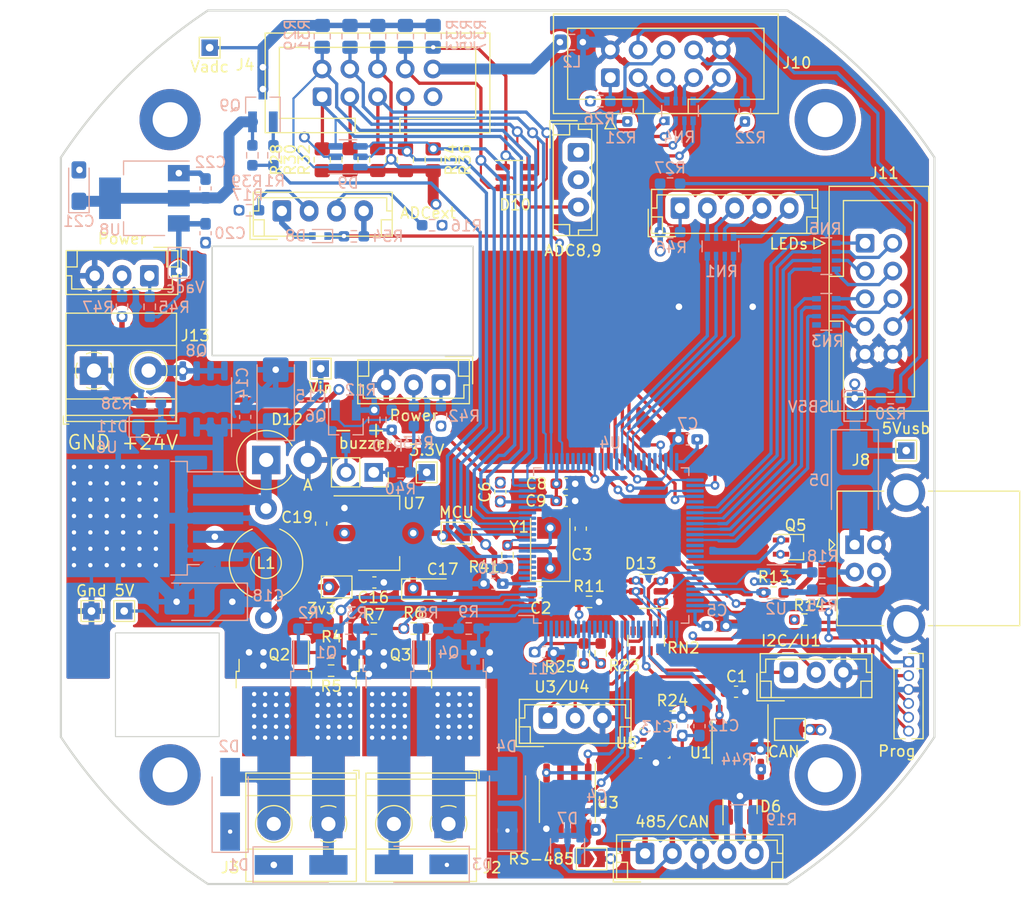
<source format=kicad_pcb>
(kicad_pcb (version 20211014) (generator pcbnew)
  (layers (0 "F.Cu" signal) (1 "In1.Cu" power "GND.Cu") (2 "In2.Cu" mixed "Mixed.Cu") (31 "B.Cu" signal) (34 "B.Paste" user) (35 "F.Paste" user) (36 "B.SilkS" user "B.Silkscreen") (37 "F.SilkS" user "F.Silkscreen") (38 "B.Mask" user) (39 "F.Mask" user) (44 "Edge.Cuts" user))
  (net 0 "")
  (net 1 "+3.3V")
  (net 2 "GND")
  (net 3 "/MCU/OSC_IN")
  (net 4 "/MCU/OSC_OUT")
  (net 5 "/MCU/NRST")
  (net 6 "/MCU/BOOT0")
  (net 7 "/MCU/MCU3v3")
  (net 8 "Net-(C14-Pad1)")
  (net 9 "Net-(C16-Pad1)")
  (net 10 "+5V")
  (net 11 "Net-(C20-Pad1)")
  (net 12 "GNDPWR")
  (net 13 "Net-(C21-Pad1)")
  (net 14 "Vdrive")
  (net 15 "Net-(D5-Pad1)")
  (net 16 "/MCU/VB")
  (net 17 "/MCU/CANL")
  (net 18 "/MCU/CANH")
  (net 19 "/MCU/ADC_EXT")
  (net 20 "/MCU/ADC0")
  (net 21 "/MCU/ADC2")
  (net 22 "/MCU/ADC4")
  (net 23 "/MCU/ADC6")
  (net 24 "/MCU/ADC8")
  (net 25 "/MCU/ADC9")
  (net 26 "/MCU/ADC7")
  (net 27 "/MCU/ADC5")
  (net 28 "/MCU/ADC3")
  (net 29 "/MCU/ADC1")
  (net 30 "Net-(D11-Pad2)")
  (net 31 "Net-(D12-Pad1)")
  (net 32 "Net-(J6-Pad2)")
  (net 33 "Net-(J6-Pad3)")
  (net 34 "/MCU/SWCLK")
  (net 35 "/MCU/SWDIO")
  (net 36 "Net-(J7-Pad4)")
  (net 37 "Net-(J8-Pad2)")
  (net 38 "Net-(J8-Pad3)")
  (net 39 "/MCU/485A")
  (net 40 "/MCU/485B")
  (net 41 "Net-(J10-Pad1)")
  (net 42 "Net-(J10-Pad3)")
  (net 43 "Net-(J10-Pad4)")
  (net 44 "Net-(J10-Pad5)")
  (net 45 "Net-(J10-Pad6)")
  (net 46 "Net-(J10-Pad7)")
  (net 47 "Net-(J10-Pad8)")
  (net 48 "Net-(J10-Pad9)")
  (net 49 "Net-(J11-Pad2)")
  (net 50 "Net-(J11-Pad4)")
  (net 51 "Net-(J11-Pad8)")
  (net 52 "Net-(Q1-Pad1)")
  (net 53 "Net-(Q2-Pad1)")
  (net 54 "Net-(Q3-Pad1)")
  (net 55 "Net-(Q4-Pad1)")
  (net 56 "/MCU/USB_PU")
  (net 57 "Net-(Q5-Pad3)")
  (net 58 "Net-(Q6-Pad1)")
  (net 59 "VADCon")
  (net 60 "+3.3VADC")
  (net 61 "PWM2")
  (net 62 "PWM3")
  (net 63 "PWM1")
  (net 64 "PWM0")
  (net 65 "/MCU/Buzzer")
  (net 66 "/MCU/USB_DP")
  (net 67 "Net-(R15-Pad2)")
  (net 68 "Net-(R18-Pad2)")
  (net 69 "/MCU/SPI2_MISO")
  (net 70 "/MCU/SPI2_SCK")
  (net 71 "/MCU/I2C1_SCL")
  (net 72 "Net-(R24-Pad2)")
  (net 73 "/MCU/I2C1_SDA")
  (net 74 "/MCU/BTN4")
  (net 75 "/MCU/BTN5")
  (net 76 "/MCU/BTN6")
  (net 77 "/MCU/SCRN_DCRS")
  (net 78 "/MCU/SPI2_MOSI")
  (net 79 "/MCU/SCRN_RST")
  (net 80 "/MCU/SPI2_NSS")
  (net 81 "/MCU/BTN0")
  (net 82 "/MCU/BTN1")
  (net 83 "/MCU/BTN2")
  (net 84 "/MCU/BTN3")
  (net 85 "/MCU/CAN_RX")
  (net 86 "/MCU/CAN_TX")
  (net 87 "/MCU/USB_DM")
  (net 88 "/MCU/U2Rx")
  (net 89 "/MCU/DE")
  (net 90 "/MCU/U2Tx")
  (net 113 "Net-(J18-Pad1)")
  (net 114 "Net-(J18-Pad2)")
  (net 115 "Net-(J18-Pad3)")
  (net 116 "Net-(J18-Pad4)")
  (net 117 "Net-(J18-Pad5)")
  (net 121 "/P2")
  (net 122 "/P3")
  (net 123 "/P1")
  (net 124 "/P0")
  (net 129 "Net-(C1-Pad2)")
  (net 130 "Net-(R44-Pad2)")
  (net 135 "Net-(Q9-Pad1)")
  (net 138 "Net-(J16-Pad1)")
  (net 139 "Net-(J11-Pad3)")
  (net 142 "Net-(J11-Pad1)")
  (net 143 "Net-(J11-Pad5)")
  (net 145 "Net-(C4-Pad2)")
  (net 146 "Net-(D8-Pad1)")
  (net 148 "Net-(J5-Pad1)")
  (net 149 "Net-(J5-Pad2)")
  (net 150 "Net-(J11-Pad6)")
  (net 151 "Net-(J11-Pad7)")
  (net 152 "Net-(J16-Pad2)")
  (net 153 "Net-(RN1-Pad4)")
  (net 154 "Net-(RN1-Pad3)")
  (net 155 "Net-(RN1-Pad2)")
  (net 156 "Net-(RN1-Pad1)")
  (net 157 "Net-(J12-Pad1)")
  (net 158 "Net-(J12-Pad2)")
  (net 159 "/MCU/Tx")
  (net 160 "/MCU/Rx")
  (net 161 "/MCU/SCL")
  (net 162 "/MCU/SDA")
  (net 163 "Net-(RN2-Pad6)")
  (net 164 "Net-(RN2-Pad5)")
  (net 165 "Net-(RN2-Pad8)")
  (net 166 "Net-(RN2-Pad7)")
  (footprint "MountingHole:MountingHole_3.2mm_M3_DIN965_Pad" (layer "F.Cu") (at 169 55)
    (fp_text reference "H1" hide)
    (fp_text value "MountingHole")
  )
  (footprint "Connector_JST:JST_EH_B3B-EH-A_1x03_P2.50mm_Vertical" (layer "F.Cu") (at 165.6588 105.6132)
    (fp_text reference "J15" hide)
    (fp_text value "I2C/U1")
  )
  (footprint "TerminalBlock_Phoenix:TerminalBlock_Phoenix_MKDS-1,5-2_1x02_P5.00mm_Horizontal" (layer "F.Cu") (at 123.5 119.5 180)
    (fp_text reference "J3")
    (fp_text value "Screw_Terminal_01x02")
  )
  (footprint "TestPoint:TestPoint_THTPad_1.5x1.5mm_Drill0.7mm" (layer "F.Cu") (at 122.8 77.8)
    (fp_text reference "TP2" hide)
    (fp_text value "Vin")
  )
  (footprint "Diode_THT:D_DO-201_P3.81mm_Vertical_AnodeUp" (layer "F.Cu") (at 117.805 86.166)
    (fp_text reference "D12")
    (fp_text value "1N5822")
  )
  (footprint "Connector_JST:JST_EH_B5B-EH-A_1x05_P2.50mm_Vertical" (layer "F.Cu") (at 152.5 122.2)
    (fp_text reference "J9" hide)
    (fp_text value "485/CAN")
  )
  (footprint "Resistor_SMD:R_0805_2012Metric_Pad1.20x1.40mm_HandSolder" (layer "F.Cu") (at 130.556 58.674 90)
    (fp_text reference "R34")
    (fp_text value "1k 0.1%")
  )
  (footprint "Connector_IDC:IDC-Header_2x05_P2.54mm_Vertical" (layer "F.Cu") (at 172.6475 66.32)
    (fp_text reference "J11")
    (fp_text value "IDC2.54_02x05")
  )
  (footprint "Package_SO:SO-8_3.9x4.9mm_P1.27mm" (layer "F.Cu") (at 145.3848 117.4083 -90)
    (fp_text reference "U3")
    (fp_text value "MAX3485")
  )
  (footprint "Resistor_SMD:R_0603_1608Metric_Pad0.98x0.95mm_HandSolder" (layer "F.Cu") (at 164.2753 98.3114)
    (fp_text reference "R13")
    (fp_text value "1k5")
  )
  (footprint "TestPoint:TestPoint_THTPad_1.5x1.5mm_Drill0.7mm" (layer "F.Cu") (at 112.6236 48.4124)
    (fp_text reference "TP6" hide)
    (fp_text value "Vadc")
  )
  (footprint "Connector_JST:JST_EH_B4B-EH-A_1x04_P2.50mm_Vertical" (layer "F.Cu") (at 119.2335 63.359)
    (fp_text reference "J6" hide)
    (fp_text value "ADCext")
  )
  (footprint "Resistor_SMD:R_0805_2012Metric_Pad1.20x1.40mm_HandSolder" (layer "F.Cu") (at 122.936 58.674 90)
    (fp_text reference "R28")
    (fp_text value "1k 0.1%")
  )
  (footprint "Resistor_SMD:R_0603_1608Metric_Pad0.98x0.95mm_HandSolder" (layer "F.Cu") (at 147.3727 99.1616)
    (fp_text reference "R11")
    (fp_text value "10k")
  )
  (footprint "Package_TO_SOT_SMD:SOT-23-6" (layer "F.Cu") (at 152.8064 98.1964 180)
    (fp_text reference "D13")
    (fp_text value "SP0505BAHT")
  )
  (footprint "Package_TO_SOT_SMD:TO-252-2" (layer "F.Cu") (at 118.5 108 -90)
    (fp_text reference "Q2")
    (fp_text value "AOD4184")
  )
  (footprint "Package_TO_SOT_SMD:SOT-223-3_TabPin2" (layer "F.Cu") (at 128.1176 92.8624)
    (fp_text reference "U7")
    (fp_text value "LM1117-3.3")
  )
  (footprint "Package_LGA:Bosch_LGA-8_2.5x2.5mm_P0.65mm_ClockwisePinNumbering" (layer "F.Cu") (at 153.416 112.1156 90)
    (fp_text reference "U5")
    (fp_text value "BME280")
  )
  (footprint "Capacitor_SMD:C_0603_1608Metric_Pad1.08x0.95mm_HandSolder" (layer "F.Cu") (at 127.7112 97.3836)
    (fp_text reference "C16")
    (fp_text value "0.1")
  )
  (footprint "Resistor_SMD:R_0603_1608Metric_Pad0.98x0.95mm_HandSolder" (layer "F.Cu") (at 167.0812 100.7872)
    (fp_text reference "R14")
    (fp_text value "6.8")
  )
  (footprint "Connector_IDC:IDC-Header_2x05_P2.54mm_Vertical" (layer "F.Cu") (at 122.92 52.9 90)
    (fp_text reference "J4")
    (fp_text value "IDC2.54_02x05")
  )
  (footprint "Crystal:Crystal_SMD_5032-2Pin_5.0x3.2mm" (layer "F.Cu") (at 143.8148 94.234 90)
    (fp_text reference "Y1")
    (fp_text value "NX5032GA-8MHz")
  )
  (footprint "Connector_JST:JST_EH_B3B-EH-A_1x03_P2.50mm_Vertical" (layer "F.Cu") (at 133.8 79.3 180)
    (fp_text reference "J5" hide)
    (fp_text value "Power")
  )
  (footprint "TestPoint:TestPoint_THTPad_1.5x1.5mm_Drill0.7mm" (layer "F.Cu") (at 176.4165 85.3066)
    (fp_text reference "TP1" hide)
    (fp_text value "5Vusb")
  )
  (footprint "Package_TO_SOT_SMD:SOT-23-6" (layer "F.Cu") (at 140.6 60.3)
    (fp_text reference "D10")
    (fp_text value "SP0505BAHT")
  )
  (footprint "Jumper:SolderJumper-2_P1.3mm_Open_TrianglePad1.0x1.5mm" (layer "F.Cu") (at 124.2568 97.79)
    (fp_text reference "JP4" hide)
    (fp_text value "3v3")
  )
  (footprint "Connector_PinSocket_2.54mm:PinSocket_1x02_P2.54mm_Vertical" (layer "F.Cu") (at 127.65 87.3 -90)
    (fp_text reference "J16" hide)
    (fp_text value "buzzer")
  )
  (footprint "Resistor_SMD:R_0805_2012Metric_Pad1.20x1.40mm_HandSolder" (layer "F.Cu") (at 133.096 58.674 90)
    (fp_text reference "R36")
    (fp_text value "1k 0.1%")
  )
  (footprint "Capacitor_SMD:C_0603_1608Metric_Pad1.08x0.95mm_HandSolder" (layer "F.Cu") (at 142.9512 98.298 180)
    (fp_text reference "C2")
    (fp_text value "6")
  )
  (footprint "TerminalBlock_Phoenix:TerminalBlock_Phoenix_MKDS-1,5-2_1x02_P5.00mm_Horizontal" (layer "F.Cu") (at 102.031 77.982)
    (fp_text reference "J13")
    (fp_text value "Screw_Terminal_01x02")
  )
  (footprint "Connector_JST:JST_EH_B3B-EH-A_1x03_P2.50mm_Vertical" (layer "F.Cu") (at 146.4 58 -90)
    (fp_text reference "J1" hide)
    (fp_text value "ADC8,9")
  )
  (footprint "TerminalBlock_Phoenix:TerminalBlock_Phoenix_MKDS-1,5-2_1x02_P5.00mm_Horizontal" (layer "F.Cu") (at 134.5 119.5 180)
    (fp_text reference "J2")
    (fp_text value "Screw_Terminal_01x02")
  )
  (footprint "Jumper:SolderJumper-2_P1.3mm_Open_TrianglePad1.0x1.5mm" (layer "F.Cu") (at 165.7604 110.8456)
    (fp_text reference "JP1" hide)
    (fp_text value "CAN")
  )
  (footprint "TestPoint:TestPoint_THTPad_1.5x1.5mm_Drill0.7mm" (layer "F.Cu") (at 104.8 100)
    (fp_text reference "TP4" hide)
    (fp_text value "5V")
  )
  (footprint "Connector_IDC:IDC-Header_2x05_P2.54mm_Vertical" (layer "F.Cu") (at 149.32 51.1525 90)
    (fp_text reference "J10")
    (fp_text value "IDC2.54_02x05")
  )
  (footprint "Resistor_SMD:R_0603_1608Metric_Pad0.98x0.95mm_HandSolder" (layer "F.Cu") (at 131.318 101.6)
    (fp_text reference "R6")
    (fp_text value "510")
  )
  (footprint "Capacitor_SMD:C_0603_1608Metric_Pad1.08x0.95mm_HandSolder" (layer "F.Cu") (at 122.8344 91.9988 90)
    (fp_text reference "C19")
    (fp_text value "0.1")
  )
  (footprint "MountingHole:MountingHole_3.2mm_M3_DIN965_Pad" (layer "F.Cu") (at 109 115)
    (fp_text reference "H3" hide)
    (fp_text value "MountingHole")
  )
  (footprint "Capacitor_SMD:C_0603_1608Metric_Pad1.08x0.95mm_HandSolder" (layer "F.Cu") (at 146.6088 92.456 90)
    (fp_text reference "C3")
    (fp_text value "6")
  )
  (footprint "Package_TO_SOT_SMD:TO-252-2" (layer "F.Cu") (at 129.5 108 -90)
    (fp_text reference "Q3")
    (fp_text value "AOD4184")
  )
  (footprint "Capacitor_SMD:C_0603_1608Metric_Pad1.08x0.95mm_HandSolder" (layer "F.Cu") (at 160.8328 107.3912 180)
    (fp_text reference "C1")
    (fp_text value "1u")
  )
  (footprint "Jumper:SolderJumper-2_P1.3mm_Open_TrianglePad1.0x1.5mm" (layer "F.Cu") (at 147.6 122.7)
    (fp_text reference "JP6" hide)
    (fp_text value "RS-485")
  )
  (footprint "Capacitor_SMD:C_0603_1608Metric_Pad1.08x0.95mm_HandSolder" (layer "F.Cu") (at 145.2372 89.916)
    (fp_text reference "C9")
    (fp_text value "1u")
  )
  (footprint "MountingHole:MountingHole_3.2mm_M3_DIN965_Pad" (layer "F.Cu") (at 169 115)
    (fp_text reference "H4" hide)
    (fp_text value "MountingHole")
  )
  (footprint "Resistor_SMD:R_0603_1608Metric_Pad0.98x0.95mm_HandSolder" (layer "F.Cu") (at 123.7488 103.7844 180)
    (fp_text reference "R4")
    (fp_text value "510")
  )
  (footprint "Resistor_SMD:R_Array_Convex_4x0603" (layer "F.Cu") (at 152.6032 102.7176 -90)
    (fp_text reference "RN2")
    (fp_text value "330")
  )
  (footprint "TestPoint:TestPoint_THTPad_1.5x1.5mm_Drill0.7mm" (layer "F.Cu") (at 101.8 100)
    (fp_text reference "TP3" hide)
    (fp_text value "Gnd")
  )
  (footprint "Capacitor_Tantalum_SMD:CP_EIA-3216-18_Kemet-A_Pad1.58x1.35mm_HandSolder" (layer "F.Cu") (at 132.6896 97.9932)
    (fp_text reference "C17")
    (fp_text value "47u 6V")
  )
  (footprint "TestPoint:TestPoint_THTPad_1.5x1.5mm_Drill0.7mm" (layer "F.Cu") (at 132.5 87.3)
    (fp_text reference "TP5" hide)
    (fp_text value "3.3V")
  )
  (footprint "Resistor_SMD:R_0603_1608Metric_Pad0.98x0.95mm_HandSolder" (layer "F.Cu") (at 155.0162 109.6772 180)
    (fp_text reference "R24")
    (fp_text value "330")
  )
  (footprint "Connector_JST:JST_EH_B5B-EH-A_1x05_P2.50mm_Vertical" (layer "F.Cu") (at 155.7 63.1)
    (fp_text reference "J18" hide)
    (fp_text value "LEDs")
  )
  (footprint "Resistor_SMD:R_0603_1608Metric_Pad0.98x0.95mm_HandSolder" (layer "F.Cu") (at 127.6604 101.6 180)
    (fp_text reference "R7")
    (fp_text value "10k")
  )
  (footprint "Resistor_SMD:R_0603_1608Metric_Pad0.98x0.95mm_HandSolder" (layer "F.Cu") (at 123.7488 105.4608 180)
    (fp_text reference "R5")
    (fp_text value "10k")
  )
  (footprint "Resistor_SMD:R_0805_2012Metric_Pad1.20x1.40mm_HandSolder" (layer "F.Cu") (at 125.476 58.658 90)
    (fp_text reference "R30")
    (fp_text value "1k 0.1%")
  )
  (footprint "Connector_JST:JST_EH_B3B-EH-A_1x03_P2.50mm_Vertical" (layer "F.Cu") (at 143.6 109.8)
    (fp_text reference "J14" hide)
    (fp_text value "U3/U4")
  )
  (footprint "Capacitor_SMD:C_0603_1608Metric_Pad1.08x0.95mm_HandSolder" (layer "F.Cu") (at 139.2428 89.1021 90)
    (fp_text reference "C6")
    (fp_text value "0.1")
  )
  (footprint "Resistor_SMD:R_0603_1608Metric_Pad0.98x0.95mm_HandSolder" (layer "F.Cu") (at 139.9032 94.8925 -90)
    (fp_text reference "R41")
    (fp_text value "10k")
  )
  (footprint "Package_SO:SOIC-8_3.9x4.9mm_P1.27mm" (layer "F.Cu") (at 161.195 112.025 -90)
    (fp_text reference "U1")
    (fp_text value "MCP2551-I-SN")
  )
  (footprint "Inductor_THT:L_Toroid_Horizontal_D6.5mm_P10.00mm_Diameter7-5mm_Amidon-T25" (layer "F.Cu") (at 117.785 100.611 90)
    (fp_text reference "L1")
    (fp_text value "100u")
  )
  (footprint "Package_TO_SOT_SMD:SOT-323_SC-70_Handsoldering" (layer "F.Cu") (at 166.2819 94.1458)
    (fp_text reference "Q5")
    (fp_text value "DTA114Y")
  )
  (footprint "Resistor_SMD:R_0603_1608Metric_Pad0.98x0.95mm_HandSolder" (layer "F.Cu") (at 146.8882 103.8879 -90)
    (fp_text reference "R25")
    (fp_text value "4k7")
  )
  (footprint "Connector_PinSocket_1.27mm:PinSocket_1x06_P1.27mm_Vertical" (layer "F.Cu") (at 176.6316 104.648)
    (fp_text reference "J7" hide)
    (fp_text value "Prog")
  )
  (footprint "Connector_USB:USB_B_OST_USB-B1HSxx_Horizontal" (layer "F.Cu") (at 171.69 93.93)
    (fp_text reference "J8")
    (fp_text value "USB_B")
  )
  (footprint "Package_TO_SOT_SMD:SOT-23" (layer "F.Cu") (at 161.2 117.9 90)
    (fp_text reference "D6")
    (fp_text value "PESD1CAN")
  )
  (footprint "Capacitor_SMD:C_0603_1608Metric_Pad1.08x0.95mm_HandSolder" (layer "F.Cu") (at 145.2372 88.3412)
    (fp_text reference "C8")
    (fp_text value "0.1")
  )
  (footprint "MountingHole:MountingHole_3.2mm_M3_DIN965_Pad" (layer "F.Cu") (at 109 55)
    (fp_text reference "H2" hide)
    (fp_text value "MountingHole")
  )
  (footprint "Resistor_SMD:R_0603_1608Metric_Pad0.98x0.95mm_HandSolder" (layer "F.Cu") (at 148.4376 103.8879 -90)
    (fp_text reference "R23")
    (fp_text value "4k7")
  )
  (footprint "Connector_JST:JST_EH_B3B-EH-A_1x03_P2.50mm_Vertical" (layer "F.Cu") (at 107.1 69.3 180)
    (fp_text reference "J12" hide)
    (fp_text value "Power")
  )
  (footprint "Resistor_SMD:R_0805_2012Metric_Pad1.20x1.40mm_HandSolder" (layer "F.Cu") (at 128.016 58.658 90)
    (fp_text reference "R32")
    (fp_text value "1k 0.1%")
  )
  (footprint "Jumper:SolderJumper-2_P1.3mm_Open_TrianglePad1.0x1.5mm" (layer "F.Cu") (at 135.2296 92.8624 180)
    (fp_text reference "JP3" hide)
    (fp_text value "MCU")
  )
  (footprint "Resistor_SMD:R_0603_1608Metric_Pad0.98x0.95mm_HandSolder" (layer "B.Cu") (at 132.6388 101.6 180)
    (fp_text reference "R8")
    (fp_text value "510")
  )
  (footprint "Package_TO_SOT_SMD:SOT-23_Handsoldering" (layer "B.Cu") (at 117.5 53.7 90)
    (fp_text reference "Q9")
    (fp_text value "SI2305")
  )
  (footprint "Resistor_SMD:R_0603_1608Metric_Pad0.98x0.95mm_HandSolder" (layer "B.Cu") (at 125.8316 65.6844)
    (fp_text reference "R54")
    (fp_text value "330")
  )
  (footprint "Resistor_SMD:R_0603_1608Metric_Pad0.98x0.95mm_HandSolder" (layer "B.Cu") (at 163.1 113.5744 -90)
    (fp_text reference "R44")
    (fp_text value "4k7")
  )
  (footprint "Capacitor_SMD:C_0603_1608Metric_Pad1.08x0.95mm_HandSolder" (layer "B.Cu") (at 147.9804 119.1779 -90)
    (fp_text reference "C4")
    (fp_text value "1u")
  )
  (footprint "Capacitor_SMD:C_0603_1608Metric_Pad1.08x0.95mm_HandSolder" (layer "B.Cu") (at 156.4132 84.2772 180)
    (fp_text reference "C7")
    (fp_text value "0.1")
  )
  (footprint "Resistor_SMD:R_0603_1608Metric_Pad0.98x0.95mm_HandSolder" (layer "B.Cu") (at 121.666 101.6 180)
    (fp_text reference "R2")
    (fp_text value "510")
  )
  (footprint "Package_QFP:LQFP-100_14x14mm_P0.5mm" (layer "B.Cu") (at 149.4 94)
    (fp_text reference "U4")
    (fp_text value "STM32F302VBTx")
  )
  (footprint "Capacitor_Tantalum_SMD:CP_EIA-6032-28_Kemet-C_Pad2.25x2.35mm_HandSolder" (layer "B.Cu") (at 118.674 80.451 90)
    (fp_text reference "C15")
    (fp_text value "47u 35V")
  )
  (footprint "Resistor_SMD:R_0603_1608Metric_Pad0.98x0.95mm_HandSolder" (layer "B.Cu") (at 161.6456 54.2544 90)
    (fp_text reference "R22")
    (fp_text value "330")
  )
  (footprint "Resistor_SMD:R_0603_1608Metric_Pad0.98x0.95mm_HandSolder" (layer "B.Cu") (at 116.2304 63.2968)
    (fp_text reference "R17")
    (fp_text value "6.8")
  )
  (footprint "Diode_SMD:D_SMA_Handsoldering" (layer "B.Cu") (at 114.5 117.7 90)
    (fp_text reference "D2")
    (fp_text value "SS14")
  )
  (footprint "Capacitor_SMD:C_0603_1608Metric_Pad1.08x0.95mm_HandSolder" (layer "B.Cu") (at 112.25 61.3 90)
    (fp_text reference "C22")
    (fp_text value "0.1")
  )
  (footprint "Resistor_SMD:R_0603_1608Metric_Pad0.98x0.95mm_HandSolder" (layer "B.Cu") (at 107.244 80.959 180)
    (fp_text reference "R38")
    (fp_text value "4k7")
  )
  (footprint "Resistor_SMD:R_0603_1608Metric_Pad0.98x0.95mm_HandSolder" (layer "B.Cu") (at 104.5972 72.136 90)
    (fp_text reference "R47")
    (fp_text value "6.8")
  )
  (footprint "Resistor_SMD:R_0603_1608Metric_Pad0.98x0.95mm_HandSolder" (layer "B.Cu") (at 148.4 53.3 180)
    (fp_text reference "R26")
    (fp_text value "6.8")
  )
  (footprint "Resistor_SMD:R_Array_Convex_4x0603" (layer "B.Cu") (at 169.1 72.6 180)
    (fp_text reference "RN3")
    (fp_text value "330")
  )
  (footprint "Jumper:SolderJumper-2_P1.3mm_Open_TrianglePad1.0x1.5mm" (layer "B.Cu") (at 109.8296 68.1228 90)
    (fp_text reference "JP5" hide)
    (fp_text value "Vadc")
  )
  (footprint "Diode_SMD:D_SOD-523" (layer "B.Cu") (at 122.7328 65.659 180)
    (fp_text reference "D8")
    (fp_text value "CESD3v3")
  )
  (footprint "Resistor_SMD:R_0603_1608Metric_Pad0.98x0.95mm_HandSolder" (layer "B.Cu") (at 125.3236 101.6)
    (fp_text reference "R3")
    (fp_text value "10k")
  )
  (footprint "Resistor_SMD:R_0603_1608Metric_Pad0.98x0.95mm_HandSolder" (layer "B.Cu") (at 154.8 65.3)
    (fp_text reference "R46")
    (fp_text value "6.8")
  )
  (footprint "Package_TO_SOT_SMD:SOT-223-3_TabPin2" (layer "B.Cu") (at 106.65 62.2 180)
    (fp_text reference "U8")
    (fp_text value "LM1117-3.3")
  )
  (footprint "Package_TO_SOT_SMD:SOT-23_Handsoldering" (layer "B.Cu") (at 125.1 83.1 -90)
    (fp_text reference "Q6")
    (fp_text value "SI2300")
  )
  (footprint "Resistor_SMD:R_0603_1608Metric_Pad0.98x0.95mm_HandSolder" (layer "B.Cu") (at 168.7222 96.4572 180)
    (fp_text reference "R18")
    (fp_text value "22")
  )
  (footprint "Resistor_SMD:R_0805_2012Metric_Pad1.20x1.40mm_HandSolder" (layer "B.Cu") (at 130.556 47.371 -90)
    (fp_text reference "R35")
    (fp_text value "1k 0.1%")
  )
  (footprint "Resistor_SMD:R_0805_2012Metric_Pad1.20x1.40mm_HandSolder" (layer "B.Cu") (at 128.016 47.371 -90)
    (fp_text reference "R33")
    (fp_text value "1k 0.1%")
  )
  (footprint "Diode_SMD:D_SMA_Handsoldering" (layer "B.Cu") (at 121 123.25)
    (fp_text reference "D1")
    (fp_text value "SS14")
  )
  (footprint "Resistor_SMD:R_Array_Convex_4x0603" (layer "B.Cu") (at 169.1 67.5)
    (fp_text reference "RN5")
    (fp_text value "330")
  )
  (footprint "Jumper:SolderJumper-2_P1.3mm_Open_TrianglePad1.0x1.5mm" (layer "B.Cu") (at 171.7175 81.2172 -90)
    (fp_text reference "JP2" hide)
    (fp_text value "USB5V")
  )
  (footprint "Package_TO_SOT_SMD:SOT-23" (layer "B.Cu") (at 145.4 121.5 90)
    (fp_text reference "D7")
    (fp_text value "PESD1CAN")
  )
  (footprint "Resistor_SMD:R_0603_1608Metric_Pad0.98x0.95mm_HandSolder" (layer "B.Cu") (at 136.3472 101.6)
    (fp_text reference "R9")
    (fp_text value "10k")
  )
  (footprint "Resistor_SMD:R_Array_Convex_4x0603" (layer "B.Cu") (at 159.4 66.6 90)
    (fp_text reference "RN1")
    (fp_text value "330")
  )
  (footprint "Resistor_SMD:R_0603_1608Metric_Pad0.98x0.95mm_HandSolder" (layer "B.Cu") (at 116.5352 58.2676 -90)
    (fp_text reference "R39")
    (fp_text value "10k")
  )
  (footprint "Capacitor_SMD:C_0603_1608Metric_Pad1.08x0.95mm_HandSolder" (layer "B.Cu") (at 138.6 97.5 180)
    (fp_text reference "C10")
    (fp_text value "0.1")
  )
  (footprint "Package_SO:SO-8_3.9x4.9mm_P1.27mm" (layer "B.Cu") (at 112.07 80.578 90)
    (fp_text reference "Q8")
    (fp_text value "IRF9310")
  )
  (footprint "Capacitor_Tantalum_SMD:CP_EIA-6032-28_Kemet-C_Pad2.25x2.35mm_HandSolder" (layer "B.Cu") (at 112.15 99.15 180)
    (fp_text reference "C18")
    (fp_text value "47u 10V")
  )
  (footprint "Resistor_SMD:R_0603_1608Metric_Pad0.98x0.95mm_HandSolder" (layer "B.Cu") (at 154.7876 60.8584 180)
    (fp_text reference "R27")
    (fp_text value "6.8")
  )
  (footprint "Resistor_SMD:R_1210_3225Metric_Pad1.30x2.65mm_HandSolder" (layer "B.Cu") (at 161.05 119.1 180)
    (fp_text reference "R19")
    (fp_text value "120")
  )
  (footprint "Resistor_SMD:R_0603_1608Metric_Pad0.98x0.95mm_HandSolder" (layer "B.Cu") (at 131.318 82.1417 90)
    (fp_text reference "R43")
    (fp_text value "6.8")
  )
  (footprint "Capacitor_SMD:C_0603_1608Metric_Pad1.08x0.95mm_HandSolder" (layer "B.Cu") (at 155.9052 110.5408 90)
    (fp_text reference "C13")
    (fp_text value "0.1")
  )
  (footprint "Package_TO_SOT_SMD:SOT-23-6" (layer "B.Cu") (at 164.484 97.3208 180)
    (fp_text reference "U2")
    (fp_text value "USBLC6-2SC6")
  )
  (footprint "Package_TO_SOT_SMD:TO-263-5_TabPin3" (layer "B.Cu") (at 107.625 91.5 180)
    (fp_text reference "U6")
    (fp_text value "LM2576HVS-5")
  )
  (footprint "Diode_SMD:D_SMA_Handsoldering" (layer "B.Cu") (at 132 123.2 180)
    (fp_text reference "D3")
    (fp_text value "SS14")
  )
  (footprint "Resistor_SMD:R_0603_1608Metric_Pad0.98x0.95mm_HandSolder" (layer "B.Cu") (at 150.876 54.2544 90)
    (fp_text reference "R21")
    (fp_text value "330")
  )
  (footprint "Resistor_SMD:R_0603_1608Metric_Pad0.98x0.95mm_HandSolder" (layer "B.Cu") (at 129.3 82.5 -90)
    (fp_text reference "R10")
    (fp_text value "330")
  )
  (footprint "Resistor_SMD:R_0603_1608Metric_Pad0.98x0.95mm_HandSolder" (layer "B.Cu") (at 133.8072 82.1436 90)
    (fp_text reference "R42")
    (fp_text value "6.8")
  )
  (footprint "Capacitor_SMD:C_0603_1608Metric_Pad1.08x0.95mm_HandSolder" (layer "B.Cu") (at 112.25 65.4 -90)
    (fp_text reference "C20")
    (fp_text value "0.1")
  )
  (footprint "Diode_SMD:D_0805_2012Metric_Pad1.15x1.40mm_HandSolder" (layer "B.Cu") (at 107.117 83.118)
    (fp_text reference "D11")
    (fp_text value "MM3Z7V5")
  )
  (footprint "Inductor_SMD:L_0805_2012Metric_Pad1.15x1.40mm_HandSolder" (layer "B.Cu") (at 145.8 47.9 180)
    (fp_text reference "L2")
    (fp_text value "2.5k@100MHz")
  )
  (footprint "Resistor_SMD:R_0603_1608Metric_Pad0.98x0.95mm_HandSolder" (layer "B.Cu") (at 168.7222 98.032 180)
    (fp_text reference "R15")
    (fp_text value "22")
  )
  (footprint "Capacitor_Tantalum_SMD:CP_EIA-3216-18_Kemet-A_Pad1.58x1.35mm_HandSolder" (layer "B.Cu") (at 100.65 61.0375 90)
    (fp_text reference "C21")
    (fp_text value "47u 6V")
  )
  (footprint "Package_TO_SOT_SMD:TO-252-2" (layer "B.Cu") (at 134.5 108 -90)
    (fp_text reference "Q4")
    (fp_text value "AOD4184")
  )
  (footprint "Resistor_SMD:R_0603_1608Metric_Pad0.98x0.95mm_HandSolder" (layer "B.Cu") (at 107.1372 72.136 90)
    (fp_text reference "R45")
    (fp_text value "6.8")
  )
  (footprint "Package_TO_SOT_SMD:TO-252-2" (layer "B.Cu") (at 123.5 108 -90)
    (fp_text reference "Q1")
    (fp_text value "AOD4184")
  )
  (footprint "Resistor_SMD:R_0603_1608Metric_Pad0.98x0.95mm_HandSolder" (layer "B.Cu") (at 175 80.5)
    (fp_text reference "R20")
    (fp_text value "6.8")
  )
  (footprint "Diode_SMD:D_SMA_Handsoldering" (layer "B.Cu") (at 139.9 117.6 90)
    (fp_text reference "D4")
    (fp_text value "SS14")
  )
  (footprint "Capacitor_SMD:C_0603_1608Metric_Pad1.08x0.95mm_HandSolder" (layer "B.Cu") (at 143.256 103.759)
    (fp_text reference "C11")
    (fp_text value "0.1")
  )
  (footprint "Capacitor_SMD:C_0603_1608Metric_Pad1.08x0.95mm_HandSolder" (layer "B.Cu") (at 159.0548 101.3714)
    (fp_text reference "C5")
    (fp_text value "0.1")
  )
  (footprint "Resistor_SMD:R_0603_1608Metric_Pad0.98x0.95mm_HandSolder" (layer "B.Cu") (at 130.1 87.3 180)
    (fp_text reference "R40")
    (fp_text value "6.8")
  )
  (footprint "Resistor_SMD:R_0603_1608Metric_Pad0.98x0.95mm_HandSolder" (layer "B.Cu") (at 118.4656 58.2676 -90)
    (fp_text reference "R1")
    (fp_text value "330")
  )
  (footprint "Package_TO_SOT_SMD:SOT-23-6" (layer "B.Cu") (at 125.3 58.4)
    (fp_text reference "D9")
    (fp_text value "SP0505BAHT")
  )
  (footprint "Resistor_SMD:R_0603_1608Metric_Pad0.98x0.95mm_HandSolder" (layer "B.Cu") (at 127.7 82.5 90)
    (fp_text reference "R12")
    (fp_text value "10k")
  )
  (footprint "Resistor_SMD:R_Array_Convex_4x0603" (layer "B.Cu") (at 155.7 54.2 90)
    (fp_text reference "RN4")
    (fp_text value "330")
  )
  (footprint "Resistor_SMD:R_0603_1608Metric_Pad0.98x0.95mm_HandSolder" (layer "B.Cu") (at 132.9963 64.6684 180)
    (fp_text reference "R16")
    (fp_text value "6.8")
  )
  (footprint "Resistor_SMD:R_0805_2012Metric_Pad1.20x1.40mm_HandSolder" (layer "B.Cu") (at 133.096 47.371 -90)
    (fp_text reference "R37")
    (fp_text value "1k 0.1%")
  )
  (footprint "Capacitor_SMD:C_0603_1608Metric_Pad1.08x0.95mm_HandSolder" (layer "B.Cu") (at 115.88 82.229 90)
    (fp_text reference "C14")
    (fp_text value "0.1")
  )
  (footprint "Diode_SMD:D_SMB_Handsoldering" (layer "B.Cu") (at 171.7175 87.999 -90)
    (fp_text reference "D5")
    (fp_text value "MBRS130L")
  )
  (footprint "Resistor_SMD:R_0805_2012Metric_Pad1.20x1.40mm_HandSolder" (layer "B.Cu") (at 122.936 47.371 -90)
    (fp_text reference "R29")
    (fp_text value "1k 0.1%")
  )
  (footprint "Capacitor_SMD:C_0603_1608Metric_Pad1.08x0.95mm_HandSolder" (layer "B.Cu") (at 157.48 110.5408 90)
    (fp_text reference "C12")
    (fp_text value "1u")
  )
  (footprint "Resistor_SMD:R_0805_2012Metric_Pad1.20x1.40mm_HandSolder" (layer "B.Cu") (at 125.476 47.371 -90)
    (fp_text reference "R31")
    (fp_text value "1k 0.1%")
  )
  (gr_line locked (start 165.532978 125.00002) (end 112.466982 125.00002) (layer "Edge.Cuts") (width 0.2))
  (gr_rect (start 104 102) (end 113.5 111.5) (layer "Edge.Cuts") (width 0.1) (fill none))
  (gr_line locked (start 112.466982 45.00002) (end 165.532978 45.00002) (layer "Edge.Cuts") (width 0.2))
  (gr_rect (start 112.85 66.6) (end 136.75 76.6) (layer "Edge.Cuts") (width 0.15) (fill none))
  (gr_arc locked (start 112.466982 125.00002) (mid 105.058421 118.941579) (end 98.99998 111.533018) (layer "Edge.Cuts") (width 0.2))
  (gr_arc locked (start 165.532978 45.00002) (mid 172.941539 51.058461) (end 178.99998 58.467022) (layer "Edge.Cuts") (width 0.2))
  (gr_arc locked (start 178.99998 111.533018) (mid 172.941539 118.941579) (end 165.532978 125.00002) (layer "Edge.Cuts") (width 0.2))
  (gr_line locked (start 178.99998 58.467022) (end 178.99998 111.533018) (layer "Edge.Cuts") (width 0.2))
  (gr_arc locked (start 98.99998 58.467022) (mid 105.058421 51.058461) (end 112.466982 45.00002) (layer "Edge.Cuts") (width 0.2))
  (gr_line locked (start 98.99998 111.533018) (end 98.99998 58.467022) (layer "Edge.Cuts") (width 0.2))
  (gr_text "GND +24V" (at 104.6734 84.5566) (layer "F.SilkS") (effects (font (size 1.3 1.3))))
  (gr_text "- +" (at 126.365 83.3628) (layer "F.SilkS") (effects (font (size 1.5 1.5))))
  (segment (start 149.334 122.7) (end 149.352 122.682) (width 0.5) (layer "F.Cu") (net 1))
  (segment (start 134.5046 92.8624) (end 131.2676 92.8624) (width 0.5) (layer "F.Cu") (net 1))
  (segment (start 131.2521 97.9212) (end 131.2676 97.9057) (width 0.5) (layer "F.Cu") (net 1))
  (segment (start 124.46 79.7052) (end 123.4948 80.6704) (width 0.5) (layer "F.Cu") (net 1))
  (segment (start 123.4948 80.6704) (end 105.918 80.6704) (width 0.5) (layer "F.Cu") (net 1))
  (segment (start 105.918 80.6704) (end 104.5972 79.3496) (width 0.5) (layer "F.Cu") (net 1))
  (segment (start 133.661024 92.8624) (end 133.958062 93.159438) (width 0.5) (layer "F.Cu") (net 1))
  (segment (start 122.8344 92.8613) (end 124.9665 92.8613) (width 0.5) (layer "F.Cu") (net 1))
  (segment (start 131.2676 92.8624) (end 133.661024 92.8624) (width 0.5) (layer "F.Cu") (net 1))
  (segment (start 104.5972 79.3496) (end 104.5972 73.0485) (width 0.5) (layer "F.Cu") (net 1))
  (segment (start 124.9665 92.8613) (end 124.9676 92.8624) (width 0.5) (layer "F.Cu") (net 1))
  (segment (start 131.2676 92.8624) (end 131.2676 97.9777) (width 0.5) (layer "F.Cu") (net 1))
  (segment (start 148.325 122.7) (end 149.334 122.7) (width 0.5) (layer "F.Cu") (net 1))
  (segment (start 131.2676 97.9777) (end 131.2521 97.9932) (width 0.5) (layer "F.Cu") (net 1))
  (segment (start 131.2676 92.8624) (end 131.2676 88.5324) (width 1) (layer "F.Cu") (net 1))
  (segment (start 124.9676 92.8624) (end 131.2676 92.8624) (width 0.5) (layer "F.Cu") (net 1))
  (segment (start 131.2676 88.5324) (end 132.5 87.3) (width 1) (layer "F.Cu") (net 1))
  (segment (start 131.2521 97.9932) (end 131.2521 97.9212) (width 0.5) (layer "F.Cu") (net 1))
  (via (at 147.4875 53.3) (size 1) (drill 0.6) (layers "F.Cu" "B.Cu") (net 1))
  (via (at 124.46 79.7052) (size 1) (drill 0.6) (layers "F.Cu" "B.Cu") (net 1))
  (via (at 133.958062 93.159438) (size 1) (drill 0.6) (layers "F.Cu" "B.Cu") (net 1))
  (via (at 133.9088 64.6684) (size 1) (drill 0.6) (layers "F.Cu" "B.Cu") (net 1))
  (via (at 104.5972 73.0485) (size 1) (drill 0.6) (layers "F.Cu" "B.Cu") (net 1))
  (via (at 153.8875 67.0417) (size 1) (drill 0.6) (layers "F.Cu" "B.Cu") (net 1))
  (via (at 149.352 122.682) (size 1) (drill 0.6) (layers "F.Cu" "B.Cu") (net 1))
  (via (at 124.9676 92.8624) (size 1) (drill 0.6) (layers "F.Cu" "B.Cu") (net 1))
  (via (at 153.8875 65.3) (size 0.8) (drill 0.4) (layers "F.Cu" "B.Cu") (net 1))
  (via (at 131.2676 92.8624) (size 1) (drill 0.6) (layers "F.Cu" "B.Cu") (net 1))
  (via (at 131.2676 97.9057) (size 1) (drill 0.6) (layers "F.Cu" "B.Cu") (net 1))
  (segment (start 153.8751 65.2751) (end 153.9 65.3) (width 1) (layer "B.Cu") (net 1))
  (segment (start 131.0125 87.3) (end 131.0125 85.7511) (width 0.3) (layer "B.Cu") (net 1))
  (segment (start 132.5 87.3) (end 131.0125 87.3) (width 0.3) (layer "B.Cu") (net 1))
  (segment (start 131.318 83.0542) (end 131.318 85.4456) (width 0.3) (layer "B.Cu") (net 1))
  (segment (start 153.8875 65.3) (end 153.8875 67.0417) (width 0.5) (layer "B.Cu") (net 1))
  (segment (start 153.8875 65.3) (end 153.9 65.3) (width 1) (layer "B.Cu") (net 1))
  (segment (start 153.8751 60.8584) (end 153.8751 65.2751) (width 0.5) (layer "B.Cu") (net 1))
  (segment (start 131.0125 85.7511) (end 131.318 85.4456) (width 0.3) (layer "B.Cu") (net 1))
  (segment (start 142.0887 98.298) (end 138.5316 98.298) (width 0.3) (layer "F.Cu") (net 2))
  (segment (start 137.7188 97.4852) (end 134.6351 97.4852) (width 0.5) (layer "F.Cu") (net 2))
  (segment (start 143.4798 119.9594) (end 143.4592 119.9388) (width 0.3) (layer "F.Cu") (net 2))
  (segment (start 153.4922 113.8936) (end 153.4922 112.8522) (width 0.3) (layer "F.Cu") (net 2))
  (segment (start 161.83 107.5259) (end 161.6953 107.3912) (width 0.5) (layer "F.Cu") (net 2))
  (segment (start 116.22 103.8) (end 116.22 103.7948) (width 1) (layer "F.Cu") (net 2))
  (segment (start 146.0997 88.3412) (end 146.0997 89.916) (width 0.3) (layer "F.Cu") (net 2))
  (segment (start 155.6004 72.136) (end 162.3568 72.136) (width 0.3) (layer "F.Cu") (net 2))
  (segment (start 153.9038 112.4406) (end 154.441 112.4406) (width 0.2) (layer "F.Cu") (net 2))
  (segment (start 146.6088 90.4251) (end 146.0997 89.916) (width 0.3) (layer "F.Cu") (net 2))
  (segment (start 155.9063 109.6772) (end 155.9052 109.6783) (width 0.3) (layer "F.Cu") (net 2))
  (segment (start 128.5748 103.7844) (end 128.5748 105.0036) (width 1) (layer "F.Cu") (net 2))
  (segment (start 124.9676 90.5624) (end 123.4083 90.5624) (width 0.5) (layer "F.Cu") (net 2))
  (segment (start 117.602 105.4608) (end 122.8363 105.4608) (width 0.3) (layer "F.Cu") (net 2))
  (segment (start 153.2538 113.0906) (end 153.4922 112.8522) (width 0.2) (layer "F.Cu") (net 2))
  (segment (start 117.5512 103.7844) (end 117.5512 105.0036) (width 1) (layer "F.Cu") (net 2))
  (segment (start 127.22 103.8) (end 128.5592 103.8) (width 1) (layer "F.Cu") (net 2))
  (segment (start 146.6088 91.5935) (end 146.6088 90.4251) (width 0.3) (layer "F.Cu") (net 2))
  (segment (start 117.5512 105.0036) (end 117.5512 105.41) (width 0.3) (layer "F.Cu") (net 2))
  (segment (start 117.5512 105.41) (end 117.602 105.4608) (width 0.3) (layer "F.Cu") (net 2))
  (segment (start 123.4083 90.5624) (end 122.8344 91.1363) (width 0.5) (layer "F.Cu") (net 2))
  (segment (start 127.22 102.0721) (end 126.7479 101.6) (width 0.3) (layer "F.Cu") (net 2))
  (segment (start 161.83 109.55) (end 161.83 107.5259) (width 0.5) (layer "F.Cu") (net 2))
  (segment (start 138.5316 98.298) (end 137.7188 97.4852) (width 0.3) (layer "F.Cu") (net 2))
  (segment (start 128.5737 97.3836) (end 128.5748 97.3836) (width 0.5) (layer "F.Cu") (net 2))
  (segment (start 134.6351 97.4852) (end 134.1271 97.9932) (width 0.5) (layer "F.Cu") (net 2))
  (segment (start 128.5748 103.7844) (end 128.5592 103.8) (width 1) (layer "F.Cu") (net 2))
  (segment (start 143.4798 119.9833) (end 143.4798 119.9594) (width 0.3) (layer "F.Cu") (net 2))
  (segment (start 116.2304 103.7844) (end 117.5512 103.7844) (width 1) (layer "F.Cu") (net 2))
  (segment (start 153.4922 112.8522) (end 153.9038 112.4406) (width 0.2) (layer "F.Cu") (net 2))
  (segment (start 161.2 116.9532) (end 161.1884 116.9416) (width 0.3) (layer "F.Cu") (net 2))
  (segment (start 161.2 116.9625) (end 161.2 116.9532) (width 0.3) (layer "F.Cu") (net 2))
  (segment (start 155.9287 109.6772) (end 155.9063 109.6772) (width 0.3) (layer "F.Cu") (net 2))
  (segment (start 116.22 103.7948) (end 116.2304 103.7844) (width 1) (layer "F.Cu") (net 2))
  (segment (start 152.391 113.0906) (end 153.2538 113.0906) (width 0.2) (layer "F.Cu") (net 2))
  (segment (start 127.22 103.8) (end 127.22 102.0721) (width 0.3) (layer "F.Cu") (net 2))
  (via (at 101.7 95.8) (size 0.8) (drill 0.4) (layers "F.Cu" "B.Cu") (net 2))
  (via (at 103.2 91.3) (size 0.8) (drill 0.4) (layers "F.Cu" "B.Cu") (net 2))
  (via (at 103.2 92.8) (size 0.8) (drill 0.4) (layers "F.Cu" "B.Cu") (net 2))
  (via (at 153.4922 113.8936) (size 1) (drill 0.6) (layers "F.Cu" "B.Cu") (net 2))
  (via (at 100.2 86.8) (size 0.8) (drill 0.4) (layers "F.Cu" "B.Cu") (net 2))
  (via (at 104.7 86.8) (size 0.8) (drill 0.4) (layers "F.Cu" "B.Cu") (net 2))
  (via (at 101.7 88.3) (size 0.8) (drill 0.4) (layers "F.Cu" "B.Cu") (net 2))
  (via (at 161.1884 116.9416) (size 1) (drill 0.6) (layers "F.Cu" "B.Cu") (net 2))
  (via (at 128.5748 97.3836) (size 1) (drill 0.6) (layers "F.Cu" "B.Cu") (net 2))
  (via (at 137.7188 97.4852) (size 1) (drill 0.6) (layers "F.Cu" "B.Cu") (net 2))
  (via (at 103.2 94.3) (size 0.8) (drill 0.4) (layers "F.Cu" "B.Cu") (net 2))
  (via (at 155.9052 109.6783) (size 1) (drill 0.6) (layers "F.Cu" "B.Cu") (net 2))
  (via (at 106.2 94.3) (size 0.8) (drill 0.4) (layers "F.Cu" "B.Cu") (net 2))
  (via (at 117.5512 105.0036) (size 1) (drill 0.6) (layers "F.Cu" "B.Cu") (net 2))
  (via (at 100.2 94.3) (size 0.8) (drill 0.4) (layers "F.Cu" "B.Cu") (net 2))
  (via (at 124.9676 90.5624) (size 1) (drill 0.6) (layers "F.Cu" "B.Cu") (net 2))
  (via (at 117.5512 103.7844) (size 1) (drill 0.6) (layers "F.Cu" "B.Cu") (net 2))
  (via (at 109.6 99.15) (size 1) (drill 0.6) (layers "F.Cu" "B.Cu") (net 2))
  (via (at 161.6953 107.3912) (size 1) (drill 0.6) (layers "F.Cu" "B.Cu") (net 2))
  (via (at 128.5748 103.7844) (size 1) (drill 0.6) (layers "F.Cu" "B.Cu") (net 2))
  (via (at 101.7 89.8) (size 0.8) (drill 0.4) (layers "F.Cu" "B.Cu") (net 2))
  (via (at 146.8 47.9) (size 1) (drill 0.6) (layers "F.Cu" "B.Cu") (net 2))
  (via (at 127.2032 105.7656) (size 1) (drill 0.6) (layers "F.Cu" "B.Cu") (net 2))
  (via (at 107.7 91.3) (size 0.8) (drill 0.4) (layers "F.Cu" "B.Cu") (net 2))
  (via (at 146.0997 89.916) (size 1) (drill 0.6) (layers "F.Cu" "B.Cu") (net 2))
  (via (at 107.7 94.3) (size 0.8) (drill 0.4) (layers "F.Cu" "B.Cu") (net 2))
  (via (at 163.068 112.6744) (size 1) (drill 0.6) (layers "F.Cu" "B.Cu") (net 2))
  (via (at 101.7 86.8) (size 0.8) (drill 0.4) (layers "F.Cu" "B.Cu") (net 2))
  (via (at 100.2 92.8) (size 0.8) (drill 0.4) (layers "F.Cu" "B.Cu") (net 2))
  (via (at 125.845506 105.770608) (size 1) (drill 0.6) (layers "F.Cu" "B.Cu") (net 2))
  (via (at 107.7 89.8) (size 0.8) (drill 0.4) (layers "F.Cu" "B.Cu") (net 2))
  (via (at 107.7 88.3) (size 0.8) (drill 0.4) (layers "F.Cu" "B.Cu") (net 2))
  (via (at 103.2 88.3) (size 0.8) (drill 0.4) (layers "F.Cu" "B.Cu") (net 2))
  (via (at 100.2 95.8) (size 0.8) (drill 0.4) (layers "F.Cu" "B.Cu") (net 2))
  (via (at 100.2 88.3) (size 0.8) (drill 0.4) (layers "F.Cu" "B.Cu") (net 2))
  (via (at 148.2852 99.1616) (size 1) (drill 0.6) (layers "F.Cu" "B.Cu") (net 2))
  (via (at 104.7 94.3) (size 0.8) (drill 0.4) (layers "F.Cu" "B.Cu") (net 2))
  (via (at 103.2 95.8) (size 0.8) (drill 0.4) (layers "F.Cu" "B.Cu") (net 2))
  (via (at 127.7 81.5875) (size 1) (drill 0.6) (layers "F.Cu" "B.Cu") (net 2))
  (via (at 155.5507 84.2772) (size 1) (drill 0.6) (layers "F.Cu" "B.Cu") (net 2))
  (via (at 104.7 91.3) (size 0.8) (drill 0.4) (layers "F.Cu" "B.Cu") (net 2))
  (via (at 106.2 89.8) (size 0.8) (drill 0.4) (layers "F.Cu" "B.Cu") (net 2))
  (via (at 159.9173 101.3714) (size 1) (drill 0.6) (layers "F.Cu" "B.Cu") (net 2))
  (via (at 106.2 92.8) (size 0.8) (drill 0.4) (layers "F.Cu" "B.Cu") (net 2))
  (via (at 107.7 95.8) (size 0.8) (drill 0.4) (layers "F.Cu" "B.Cu") (net 2))
  (via (at 138.2776 103.7844) (size 1) (drill 0.6) (layers "F.Cu" "B.Cu") (net 2))
  (via (at 118.674 77.901) (size 1) (drill 0.6) (layers "F.Cu" "B.Cu") (net 2))
  (via (at 104.7 92.8) (size 0.8) (drill 0.4) (layers "F.Cu" "B.Cu") (net 2))
  (via (at 104.7 88.3) (size 0.8) (drill 0.4) (layers "F.Cu" "B.Cu") (net 2))
  (via (at 128.5748 105.0036) (size 1) (drill 0.6) (layers "F.Cu" "B.Cu") (net 2))
  (via (at 106.2 88.3) (size 0.8) (drill 0.4) (layers "F.Cu" "B.Cu") (net 2))
  (via (at 127.22 103.8) (size 1) (drill 0.6) (layers "F.Cu" "B.Cu") (net 2))
  (via (at 106.2 86.8) (size 0.8) (drill 0.4) (layers "F.Cu" "B.Cu") (net 2))
  (via (at 146.0997 88.3412) (size 1) (drill 0.6) (layers "F.Cu" "B.Cu") (net 2))
  (via (at 125.8483 103.8) (size 1) (drill 0.6) (layers "F.Cu" "B.Cu") (net 2))
  (via (at 144.1185 103.8249) (size 1) (drill 0.6) (layers "F.Cu" "B.Cu") (net 2))
  (via (at 101.7 94.3) (size 0.8) (drill 0.4) (layers "F.Cu" "B.Cu") (net 2))
  (via (at 107.7 92.8) (size 0.8) (drill 0.4) (layers "F.Cu" "B.Cu") (net 2))
  (via (at 101.7 92.8) (size 0.8) (drill 0.4) (layers "F.Cu" "B.Cu") (net 2))
  (via (at 101.7 91.3) (size 0.8) (drill 0.4) (layers "F.Cu" "B.Cu") (net 2))
  (via (at 104.7 89.8) (size 0.8) (drill 0.4) (layers "F.Cu" "B.Cu") (net 2))
  (via (at 106.2 91.3) (size 0.8) (drill 0.4) (layers "F.Cu" "B.Cu") (net 2))
  (via (at 100.2 91.3) (size 0.8) (drill 0.4) (layers "F.Cu" "B.Cu") (net 2))
  (via (at 136.78 103.8) (size 1) (drill 0.6) (layers "F.Cu" "B.Cu") (net 2))
  (via (at 104.7 95.8) (size 0.8) (drill 0.4) (layers "F.Cu" "B.Cu") (net 2))
  (via (at 107.7 86.8) (size 0.8) (drill 0.4) (layers "F.Cu" "B.Cu") (net 2))
  (via (at 103.2 89.8) (size 0.8) (drill 0.4) (layers "F.Cu" "B.Cu") (net 2))
  (via (at 106.2 95.8) (size 0.8) (drill 0.4) (layers "F.Cu" "B.Cu") (net 2))
  (via (at 165.7096 97.282) (size 0.8) (drill 0.4) (layers "F.Cu" "B.Cu") (net 2))
  (via (at 103.2 86.8) (size 0.8) (drill 0.4) (layers "F.Cu" "B.Cu") (net 2))
  (via (at 138.2776 105.3592) (size 1) (drill 0.6) (layers "F.Cu" "B.Cu") (net 2))
  (via (at 116.2304 103.7844) (size 1) (drill 0.6) (layers "F.Cu" "B.Cu") (net 2))
  (via (at 143.4592 119.9388) (size 1) (drill 0.6) (layers "F.Cu" "B.Cu") (net 2))
  (via (at 100.2 89.8) (size 0.8) (drill 0.4) (layers "F.Cu" "B.Cu") (net 2))
  (via (at 155.6004 72.136) (size 1) (drill 0.6) (layers "F.Cu" "B.Cu") (net 2))
  (via (at 162.3568 72.136) (size 1) (drill 0.6) (layers "F.Cu" "B.Cu") (net 2))
  (segment (start 125.8483 105.767814) (end 125.845506 105.770608) (width 1) (layer "B.Cu") (net 2))
  (segment (start 101.8 100) (end 101.8 95.9) (width 0.3) (layer "B.Cu") (net 2))
  (segment (start 126.2361 103.3439) (end 125.78 103.8) (width 0.3) (layer "B.Cu") (net 2))
  (segment (start 148.6075 47.9) (end 146.8 47.9) (width 1) (layer "B.Cu") (net 2))
  (segment (start 138.2776 103.7844) (end 138.2776 105.3592) (width 1) (layer "B.Cu") (net 2))
  (segment (start 153.4922 113.8936) (end 153.4922 115.4938) (width 0.3) (layer "B.Cu") (net 2))
  (segment (start 138.262 103.8) (end 138.2776 103.7844) (width 1) (layer "B.Cu") (net 2))
  (segment (start 143.9 103.5405) (end 144.1185 103.759) (width 0.3) (layer "B.Cu") (net 2))
  (segment (start 118.674 78.5725) (end 115.88 81.3665) (width 0.5) (layer "B.Cu") (net 2))
  (segment (start 159.9173 100.6337) (end 159.9173 101.3714) (width 0.3) (layer "B.Cu") (net 2))
  (segment (start 165.6708 97.3208) (end 165.7096 97.282) (width 0.2) (layer "B.Cu") (net 2))
  (segment (start 141.725 90.5) (end 143.6876 90.5) (width 0.2) (layer "B.Cu") (net 2))
  (segment (start 104.25 93.8) (end 109.6 99.15) (width 1) (layer "B.Cu") (net 2))
  (segment (start 148.6075 47.9) (end 149.32 48.6125) (width 1) (layer "B.Cu") (net 2))
  (segment (start 143.6876 90.5) (end 143.9672 90.7796) (width 0.2) (layer "B.Cu") (net 2))
  (segment (start 158.7836 99.5) (end 159.9173 100.6337) (width 0.3) (layer "B.Cu") (net 2))
  (segment (start 144.1185 103.759) (end 144.1185 103.8249) (width 0.3) (layer "B.Cu") (net 2))
  (segment (start 154.9 86.325) (end 154.9 84.9279) (width 0.3) (layer "B.Cu") (net 2))
  (segment (start 127.6875 81.6) (end 127.7 81.5875) (width 0.3) (layer "B.Cu") (net 2))
  (segment (start 109.6 99.15) (end 109.6 98.7) (width 1) (layer "B.Cu") (net 2))
  (segment (start 106.3315 80.959) (end 105.008 80.959) (width 0.5) (layer "B.Cu") (net 2))
  (segment (start 137.7375 97.5) (end 137.7336 97.5) (width 0.3) (layer "B.Cu") (net 2))
  (segment (start 154.9 84.9279) (end 155.5507 84.2772) (width 0.3) (layer "B.Cu") (net 2))
  (segment (start 145.2372 90.7796) (end 146.0997 89.9171) (width 0.2) (layer "B.Cu") (net 2))
  (segment (start 136.78 103.8) (end 138.262 103.8) (width 1) (layer "B.Cu") (net 2))
  (segment (start 145.4 120.5625) (end 145.4 119.2172) (width 0.3) (layer "B.Cu") (net 2))
  (segment (start 113.4 91.5) (end 104.25 91.5) (width 1) (layer "B.Cu") (net 2))
  (segment (start 150.6876 118.2984) (end 147.2898 118.2984) (width 0.3) (layer "B.Cu") (net 2))
  (segment (start 153.4922 115.4938) (end 150.6876 118.2984) (width 0.3) (layer "B.Cu") (net 2))
  (segment (start 157.48 109.6783) (end 155.9052 109.6783) (width 0.3) (layer "B.Cu") (net 2))
  (segment (start 163.1 112.6619) (end 163.0805 112.6619) (width 0.3) (layer "B.Cu") (net 2))
  (segment (start 126.2361 101.6) (end 126.2361 103.3439) (width 0.3) (layer "B.Cu") (net 2))
  (segment (start 137.7336 97.5) (end 137.7188 97.4852) (width 0.3) (layer "B.Cu") (net 2))
  (segment (start 137.2597 101.6) (end 137.2597 103.3203) (width 0.3) (layer "B.Cu") (net 2))
  (segment (start 165.6215 97.3208) (end 165.6708 97.3208) (width 0.2) (layer "B.Cu") (net 2))
  (segment (start 118.674 77.901) (end 118.674 78.5725) (width 0.5) (layer "B.Cu") (net 2))
  (segment (start 146.3188 118.2984) (end 147.2898 118.2984) (width 0.3) (layer "B.Cu") (net 2))
  (segment (start 125.8483 103.8) (end 125.8483 105.767814) (width 1) (layer "B.Cu") (net 2))
  (segment (start 104.25 91.5) (end 104.25 93.8) (width 1) (layer "B.Cu") (net 2))
  (segment (start 125.78 103.8) (end 125.8483 103.8) (width 1) (layer "B.Cu") (net 2))
  (segment (start 157.075 99.5) (end 158.7836 99.5) (width 0.3) (layer "B.Cu") (net 2))
  (segment (start 105.008 80.959) (end 102.031 77.982) (width 0.5) (layer "B.Cu") (net 2))
  (segment (start 163.0805 112.6619) (end 163.068 112.6744) (width 0.3) (layer "B.Cu") (net 2))
  (segment (start 146.8 47.9) (end 146.825 47.9) (width 0.3) (layer "B.Cu") (net 2))
  (segment (start 137.2597 103.3203) (end 136.78 103.8) (width 0.3) (layer "B.Cu") (net 2))
  (segment (start 126.05 81.6) (end 127.6875 81.6) (width 0.3) (layer "B.Cu") (net 2))
  (segment (start 143.9672 90.7796) (end 145.2372 90.7796) (width 0.2) (layer "B.Cu") (net 2))
  (segment (start 143.9 101.675) (end 143.9 103.5405) (width 0.3) (layer "B.Cu") (net 2))
  (segment (start 125.845506 105.770608) (end 127.198192 105.770608) (width 1) (layer "B.Cu") (net 2))
  (segment (start 109.6 98.7) (end 113.4 94.9) (width 1) (layer "B.Cu") (net 2))
  (segment (start 145.4 119.2172) (end 146.3188 118.2984) (width 0.3) (layer "B.Cu") (net 2))
  (segment (start 127.198192 105.770608) (end 127.2032 105.7656) (width 1) (layer "B.Cu") (net 2))
  (segment (start 101.8 95.9) (end 101.7 95.8) (width 0.3) (layer "B.Cu") (net 2))
  (segment (start 143.8137 96.0851) (end 143.8148 96.084) (width 0.3) (layer "F.Cu") (net 3))
  (segment (start 143.8137 98.298) (end 143.8137 96.0851) (width 0.3) (layer "F.Cu") (net 3))
  (via (at 143.8148 96.084) (size 1) (drill 0.6) (layers "F.Cu" "B.Cu") (net 3))
  (segment (start 143.5308 94.5) (end 141.725 94.5) (width 0.3) (layer "B.Cu") (net 3))
  (segment (start 143.8148 96.084) (end 143.8148 94.784) (width 0.3) (layer "B.Cu") (net 3))
  (segment (start 143.8148 94.8944) (end 143.8148 96.084) (width 0.3) (layer "B.Cu") (net 3))
  (segment (start 141.725 94.5) (end 143.4204 94.5) (width 0.3) (layer "B.Cu") (net 3))
  (segment (start 143.8148 94.784) (end 143.5308 94.5) (width 0.3) (layer "B.Cu") (net 3))
  (segment (start 146.6077 93.3196) (end 146.6088 93.3185) (width 0.3) (layer "F.Cu") (net 4))
  (segment (start 144.7504 93.3196) (end 146.6077 93.3196) (width 0.3) (layer "F.Cu") (net 4))
  (segment (start 143.8148 92.384) (end 144.7504 93.3196) (width 0.3) (layer "F.Cu") (net 4))
  (via (at 143.8148 92.384) (size 1) (drill 0.6) (layers "F.Cu" "B.Cu") (net 4))
  (segment (start 143.5916 94) (end 141.725 94) (width 0.3) (layer "B.Cu") (net 4))
  (segment (start 143.8148 92.384) (end 143.8148 93.7768) (width 0.3) (layer "B.Cu") (net 4))
  (segment (start 143.8148 93.7768) (end 143.5916 94) (width 0.3) (layer "B.Cu") (net 4))
  (segment (start 171.5008 102.4636) (end 169.3164 102.4636) (width 0.3) (layer "F.Cu") (net 5))
  (segment (start 172.1104 103.0732) (end 171.5008 102.4636) (width 0.3) (layer "F.Cu") (net 5))
  (segment (start 145.8 94.8) (end 155.0488 94.8) (width 0.3) (layer "F.Cu") (net 5))
  (segment (start 172.1104 106.4768) (end 172.1104 103.0732) (width 0.3) (layer "F.Cu") (net 5))
  (segment (start 145.2 94.2) (end 145.8 94.8) (width 0.3) (layer "F.Cu") (net 5))
  (segment (start 139.9 94) (end 140.1 94.2) (width 0.3) (layer "F.Cu") (net 5))
  (segment (start 160.3756 100.1268) (end 161.3408 100.1268) (width 0.3) (layer "F.Cu") (net 5))
  (segment (start 176.6316 110.998) (end 172.1104 106.4768) (width 0.3) (layer "F.Cu") (net 5))
  (segment (start 161.3408 100.1268) (end 161.5948 99.8728) (width 0.3) (layer "F.Cu") (net 5))
  (segment (start 140.1 94.2) (end 145.2 94.2) (width 0.3) (layer "F.Cu") (net 5))
  (segment (start 155.0488 94.8) (end 160.3756 100.1268) (width 0.3) (layer "F.Cu") (net 5))
  (segment (start 169.0892 99.8728) (end 169.3164 100.1) (width 0.3) (layer "F.Cu") (net 5))
  (segment (start 161.5948 99.8728) (end 169.0892 99.8728) (width 0.3) (layer "F.Cu") (net 5))
  (via (at 169.3164 100.1) (size 0.8) (drill 0.4) (layers "F.Cu" "B.Cu") (net 5))
  (via (at 139.9 94) (size 0.8) (drill 0.4) (layers "F.Cu" "B.Cu") (net 5))
  (via (at 169.3164 102.4636) (size 0.8) (drill 0.4) (layers "F.Cu" "B.Cu") (net 5))
  (segment (start 141.725 93.5) (end 140.4 93.5) (width 0.2) (layer "B.Cu") (net 5))
  (segment (start 140.4 93.5) (end 139.9 94) (width 0.2) (layer "B.Cu") (net 5))
  (segment (start 169.3164 102.4636) (end 169.3164 100.1) (width 0.3) (layer "B.Cu") (net 5))
  (segment (start 161.277511 101.714089) (end 160.4264 102.5652) (width 0.3) (layer "F.Cu") (net 6))
  (segment (start 171.614889 101.714089) (end 161.277511 101.714089) (width 0.3) (layer "F.Cu") (net 6))
  (segment (start 160.4264 102.5652) (end 157.1752 102.5652) (width 0.3) (layer "F.Cu") (net 6))
  (segment (start 172.6946 102.7938) (end 171.614889 101.714089) (width 0.3) (layer "F.Cu") (net 6))
  (segment (start 157.1752 102.5652) (end 156.8704 102.2604) (width 0.3) (layer "F.Cu") (net 6))
  (segment (start 146.4564 99.1654) (end 146.4602 99.1616) (width 0.3) (layer "F.Cu") (net 6))
  (segment (start 146.4564 100.33) (end 146.4564 99.1654) (width 0.3) (layer "F.Cu") (net 6))
  (segment (start 172.6946 105.791) (end 172.6946 102.7938) (width 0.3) (layer "F.Cu") (net 6))
  (segment (start 176.6316 109.728) (end 172.6946 105.791) (width 0.3) (layer "F.Cu") (net 6))
  (via (at 156.8704 102.2604) (size 0.8) (drill 0.4) (layers "F.Cu" "B.Cu") (net 6))
  (via (at 146.4564 100.33) (size 0.8) (drill 0.4) (layers "F.Cu" "B.Cu") (net 6))
  (segment (start 146.4 100.3864) (end 146.4564 100.33) (width 0.2) (layer "B.Cu") (net 6))
  (segment (start 146.4 101.675) (end 146.4 100.3864) (width 0.2) (layer "B.Cu") (net 6))
  (segment (start 139.4625 97.5) (end 139.41 97.5) (width 0.5) (layer "F.Cu") (net 7))
  (segment (start 153.564541 111.7906) (end 154.441 111.7906) (width 0.2) (layer "F.Cu") (net 7))
  (segment (start 144.3747 89.916) (end 144.3747 88.3412) (width 0.3) (layer "F.Cu") (net 7))
  (segment (start 164.9042 94.7958) (end 164.9 94.8) (width 0.3) (layer "F.Cu") (net 7))
  (segment (start 155.362 113.0906) (end 155.9052 112.5474) (width 0.3) (layer "F.Cu") (net 7))
  (segment (start 154.441 113.0906) (end 155.362 113.0906) (width 0.3) (layer "F.Cu") (net 7))
  (segment (start 155.5179 111.7906) (end 155.9052 111.4033) (width 0.3) (layer "F.Cu") (net 7))
  (segment (start 146.8882 102.9754) (end 143.1771 102.9754) (width 0.3) (layer "F.Cu") (net 7))
  (segment (start 152.914541 112.4406) (end 153.564541 111.7906) (width 0.2) (layer "F.Cu") (net 7))
  (segment (start 138.713 96.803) (end 138.713 95.729) (width 0.5) (layer "F.Cu") (net 7))
  (segment (start 154.441 111.7906) (end 155.5179 111.7906) (width 0.3) (layer "F.Cu") (net 7))
  (segment (start 143.1771 102.9754) (end 142.3935 103.759) (width 0.3) (layer "F.Cu") (net 7))
  (segment (start 155.9052 112.5474) (end 155.9052 111.4033) (width 0.3) (layer "F.Cu") (net 7))
  (segment (start 136.8624 92.8624) (end 137.9 93.9) (width 0.5) (layer "F.Cu") (net 7))
  (segment (start 152.391 112.4406) (end 152.914541 112.4406) (width 0.2) (layer "F.Cu") (net 7))
  (segment (start 139.41 97.5) (end 138.713 96.803) (width 0.5) (layer "F.Cu") (net 7))
  (segment (start 139.9032 95.805) (end 138.789 95.805) (width 0.3) (layer "F.Cu") (net 7))
  (segment (start 138.713 94.713) (end 137.9 93.9) (width 0.5) (layer "F.Cu") (net 7))
  (segment (start 146.8882 102.9754) (end 148.4376 102.9754) (width 0.3) (layer "F.Cu") (net 7))
  (segment (start 135.9546 92.8624) (end 136.8624 92.8624) (width 0.5) (layer "F.Cu") (net 7))
  (segment (start 164.9519 94.7958) (end 164.9042 94.7958) (width 0.3) (layer "F.Cu") (net 7))
  (segment (start 138.713 95.729) (end 138.713 94.713) (width 0.5) (layer "F.Cu") (net 7))
  (segment (start 138.789 95.805) (end 138.713 95.729) (width 0.3) (layer "F.Cu") (net 7))
  (via (at 158.1912 101.3714) (size 0.8) (drill 0.4) (layers "F.Cu" "B.Cu") (net 7))
  (via (at 142.3935 103.759) (size 1) (drill 0.6) (layers "F.Cu" "B.Cu") (net 7))
  (via (at 144.3747 89.916) (size 0.8) (drill 0.4) (layers "F.Cu" "B.Cu") (net 7))
  (via (at 144.3747 88.3412) (size 0.8) (drill 0.4) (layers "F.Cu" "B.Cu") (net 7))
  (via (at 155.9052 111.4033) (size 1) (drill 0.6) (layers "F.Cu" "B.Cu") (net 7))
  (via (at 139.4625 97.5) (size 0.8) (drill 0.4) (layers "F.Cu" "B.Cu") (net 7))
  (via (at 166.1687 100.7872) (size 0.8) (drill 0.4) (layers "F.Cu" "B.Cu") (net 7))
  (via (at 164.9 94.8) (size 0.8) (drill 0.4) (layers "F.Cu" "B.Cu") (net 7))
  (via (at 157.2757 84.2772) (size 0.8) (drill 0.4) (layers "F.Cu" "B.Cu") (net 7))
  (via (at 137.9 93.9) (size 1) (drill 0.6) (layers "F.Cu" "B.Cu") (net 7))
  (segment (start 158.1923 101.3714) (end 157.48 101.3714) (width 0.3) (layer "B.Cu") (net 7))
  (segment (start 143.4 101.675) (end 143.4 102.7525) (width 0.3) (layer "B.Cu") (net 7))
  (segment (start 157.48 111.4033) (end 155.9052 111.4033) (width 0.3) (layer "B.Cu") (net 7))
  (segment (start 143.4 102.7525) (end 142.3935 103.759) (width 0.3) (layer "B.Cu") (net 7))
  (segment (start 141.725 89.5) (end 143.9587 89.5) (width 0.3) (layer "B.Cu") (net 7))
  (segment (start 157.2757 85.0911) (end 157.2757 84.2772) (width 0.3) (layer "B.Cu") (net 7))
  (segment (start 157.48 101.3714) (end 157.075 100.9664) (width 0.3) (layer "B.Cu") (net 7))
  (segment (start 141.725 97.5) (end 139.4625 97.5) (width 0.3) (layer "B.Cu") (net 7))
  (segment (start 156.0418 86.325) (end 157.2757 85.0911) (width 0.3) (layer "B.Cu") (net 7))
  (segment (start 144.4 88.3159) (end 144.3747 88.3412) (width 0.3) (layer "B.Cu") (net 7))
  (segment (start 158.1923 101.3714) (end 158.1912 101.3714) (width 0.3) (layer "B.Cu") (net 7))
  (segment (start 157.075 100.9664) (end 157.075 100) (width 0.3) (layer "B.Cu") (net 7))
  (segment (start 144.4 86.325) (end 144.4 88.3159) (width 0.3) (layer "B.Cu") (net 7))
  (segment (start 155.4 86.325) (end 156.0418 86.325) (width 0.3) (layer "B.Cu") (net 7))
  (segment (start 143.9587 89.5) (end 144.3747 89.916) (width 0.3) (layer "B.Cu") (net 7))
  (segment (start 122.8 80) (end 122.8 77.8) (width 0.5) (layer "B.Cu") (net 8))
  (segment (start 113.4 85.344) (end 113.4 84.836) (width 1) (layer "B.Cu") (net 8))
  (segment (start 113.4 88.1) (end 113.4 85.344) (width 1) (layer "B.Cu") (net 8))
  (segment (start 113.213 85.023) (end 113.4 84.836) (width 0.5) (layer "B.Cu") (net 8))
  (segment (start 111.435 83.153) (end 112.705 83.153) (width 0.5) (layer "B.Cu") (net 8))
  (segment (start 118.674 83.001) (end 119.799 83.001) (width 0.5) (layer "B.Cu") (net 8))
  (segment (start 118.5835 83.0915) (end 118.674 83.001) (width 0.5) (layer "B.Cu") (net 8))
  (segment (start 106.092 83.118) (end 106.092 84.252) (width 0.5) (layer "B.Cu") (net 8))
  (segment (start 113.457 85.287) (end 113.4 85.344) (width 0.5) (layer "B.Cu") (net 8))
  (segment (start 113.4 83.848) (end 112.705 83.153) (width 1) (layer "B.Cu") (net 8))
  (segment (start 106.092 84.252) (end 106.863 85.023) (width 0.5) (layer "B.Cu") (net 8))
  (segment (start 119.799 83.001) (end 122.8 80) (width 0.5) (layer "B.Cu") (net 8))
  (segment (start 114.0365 83.0915) (end 113.975 83.153) (width 0.5) (layer "B.Cu") (net 8))
  (segment (start 115.88 83.0915) (end 114.0365 83.0915) (width 0.5) (layer "B.Cu") (net 8))
  (segment (start 115.88 83.0915) (end 118.5835 83.0915) (width 0.5) (layer "B.Cu") (net 8))
  (segment (start 106.863 85.023) (end 113.213 85.023) (width 0.5) (layer "B.Cu") (net 8))
  (segment (start 112.705 83.153) (end 113.975 83.153) (width 0.5) (layer "B.Cu") (net 8))
  (segment (start 113.4 84.836) (end 113.4 83.848) (width 1) (layer "B.Cu") (net 8))
  (segment (start 124.9818 95.1766) (end 124.9676 95.1624) (width 0.5) (layer "F.Cu") (net 9))
  (segment (start 124.9818 97.79) (end 124.9818 95.1766) (width 0.5) (layer "F.Cu") (net 9))
  (segment (start 124.9818 97.79) (end 126.4423 97.79) (width 0.5) (layer "F.Cu") (net 9))
  (segment (start 126.4423 97.79) (end 126.8487 97.3836) (width 0.5) (layer "F.Cu") (net 9))
  (segment (start 120.606 97.79) (end 117.785 100.611) (width 0.5) (layer "F.Cu") (net 10))
  (segment (start 167.583866 110.843656) (end 168.53889 110.843656) (width 1) (layer "F.Cu") (net 10))
  (segment (start 166.4854 110.8456) (end 167.5892 110.8456) (width 0.5) (layer "F.Cu") (net 10))
  (segment (start 123.5318 97.79) (end 120.606 97.79) (width 0.5) (layer "F.Cu") (net 10))
  (via (at 171.7 79.2) (size 1) (drill 0.6) (layers "F.Cu" "B.Cu") (net 10))
  (via (at 167.5892 110.8456) (size 1) (drill 0.6) (layers "F.Cu" "B.Cu") (net 10))
  (via (at 109.8296 68.8478) (size 1) (drill 0.6) (layers "F.Cu" "B.Cu") (net 10))
  (via (at 113.1 93.2) (size 1) (drill 0.6) (layers "F.Cu" "B.Cu") (net 10))
  (via (at 123.5318 97.79) (size 1) (drill 0.6) (layers "F.Cu" "B.Cu") (net 10))
  (via (at 133.8072 83.0561) (size 1) (drill 0.6) (layers "F.Cu" "B.Cu") (net 10))
  (via (at 115.3179 63.2968) (size 1) (drill 0.6) (layers "F.Cu" "B.Cu") (net 10))
  (via (at 114.7 99.15) (size 1) (drill 0.6) (layers "F.Cu" "B.Cu") (net 10))
  (via (at 171.7 80.5) (size 1) (drill 0.6) (layers "F.Cu" "B.Cu") (net 10))
  (via (at 168.599312 110.900688) (size 1) (drill 0.6) (layers "F.Cu" "B.Cu") (net 10))
  (segment (start 107.8 101.2) (end 112.65 101.2) (width 0.3) (layer "B.Cu") (net 10))
  (segment (start 171.7078 80.4922) (end 171.7 80.5) (width 0.5) (layer "B.Cu") (net 10))
  (segment (start 174.0875 80.5) (end 171.7 80.5) (width 0.3) (layer "B.Cu") (net 10))
  (segment (start 117.785 94.548) (end 117.785 99.115) (width 1) (layer "B.Cu") (net 10))
  (segment (start 117.75 99.15) (end 117.785 99.115) (width 1) (layer "B.Cu") (net 10))
  (segment (start 112.65 101.2) (end 114.7 99.15) (width 0.3) (layer "B.Cu") (net 10))
  (segment (start 171.7175 80.4922) (end 171.7078 80.4922) (width 0.5) (layer "B.Cu") (net 10))
  (segment (start 104.8 100) (end 106.6 100) (width 0.3) (layer "B.Cu") (net 10))
  (segment (start 117.785 99.115) (end 117.785 100.611) (width 1) (layer "B.Cu") (net 10))
  (segment (start 113.4 93.2) (end 116.437 93.2) (width 1) (layer "B.Cu") (net 10))
  (segment (start 114.7 99.15) (end 117.75 99.15) (width 1) (layer "B.Cu") (net 10))
  (segment (start 171.7 80.5) (end 171.7 79.2) (width 0.5) (layer "B.Cu") (net 10))
  (segment (start 106.6 100) (end 107.8 101.2) (width 0.3) (layer "B.Cu") (net 10))
  (segment (start 116.437 93.2) (end 117.785 94.548) (width 1) (layer "B.Cu") (net 10))
  (segment (start 107.1372 73.0485) (end 107.9011 73.0485) (width 0.3) (layer "B.Cu") (net 10))
  (segment (start 107.9011 73.0485) (end 109.8296 71.12) (width 0.3) (layer "B.Cu") (net 10))
  (segment (start 109.8296 71.12) (end 109.8296 68.8478) (width 0.3) (layer "B.Cu") (net 10))
  (segment (start 109.8 67.3682) (end 109.8296 67.3978) (width 0.5) (layer "B.Cu") (net 11))
  (segment (start 112.25 64.5375) (end 109.8375 64.5375) (width 0.5) (layer "B.Cu") (net 11))
  (segment (start 109.8 64.5) (end 109.8 67.3682) (width 0.5) (layer "B.Cu") (net 11))
  (segment (start 109.8375 64.5375) (end 109.8 64.5) (width 0.5) (layer "B.Cu") (net 11))
  (segment (start 146.4 63) (end 141.232 63) (width 0.3) (layer "F.Cu") (net 12))
  (segment (start 141.232 63) (end 140.5636 62.3316) (width 0.3) (layer "F.Cu") (net 12))
  (segment (start 140.31 60.3) (end 140.5636 60.5536) (width 0.2) (layer "F.Cu") (net 12))
  (segment (start 140.5636 60.5536) (end 140.5636 62.3316) (width 0.2) (layer "F.Cu") (net 12))
  (segment (start 139.4625 60.3) (end 140.31 60.3) (width 0.2) (layer "F.Cu") (net 12))
  (via (at 121.3 56.6) (size 1) (drill 0.6) (layers "F.Cu" "B.Cu") (net 12))
  (via (at 112.25 66.2625) (size 1) (drill 0.6) (layers "F.Cu" "B.Cu") (net 12))
  (via (at 139.2428 88.2396) (size 1) (drill 0.6) (layers "F.Cu" "B.Cu") (net 12))
  (via (at 100.7 59.6) (size 1) (drill 0.6) (layers "F.Cu" "B.Cu") (net 12))
  (via (at 109.8 59.9) (size 1) (drill 0.6) (layers "F.Cu" "B.Cu") (net 12))
  (via (at 144.7 47.9) (size 1) (drill 0.6) (layers "F.Cu" "B.Cu") (net 12))
  (segment (start 123.1 58.4) (end 121.3 56.6) (width 0.2) (layer "B.Cu") (net 12))
  (segment (start 120.4335 65.659) (end 122.0328 65.659) (width 0.5) (layer "B.Cu") (net 12))
  (segment (start 100.65 59.6) (end 100.7 59.6) (width 0.5) (layer "B.Cu") (net 12))
  (segment (start 109.8 59.9) (end 111.7125 59.9) (width 0.5) (layer "B.Cu") (net 12))
  (segment (start 142.24 50.36) (end 144.7 47.9) (width 1) (layer "B.Cu") (net 12))
  (segment (start 144.775 47.9) (end 144.7 47.9) (width 0.3) (layer "B.Cu") (net 12))
  (segment (start 120.4335 65.659) (end 119.2335 64.459) (width 0.5) (layer "B.Cu") (net 12))
  (segment (start 133.08 50.36) (end 142.24 50.36) (width 1) (layer "B.Cu") (net 12))
  (segment (start 124.1625 58.4) (end 123.1 58.4) (width 0.2) (layer "B.Cu") (net 12))
  (segment (start 111.7125 59.9) (end 112.25 60.4375) (width 0.5) (layer "B.Cu") (net 12))
  (segment (start 119.2335 64.459) (end 119.2335 63.359) (width 0.5) (layer "B.Cu") (net 12))
  (segment (start 109.8 62.2) (end 103.5 62.2) (width 1) (layer "B.Cu") (net 13))
  (segment (start 103.225 62.475) (end 103.5 62.2) (width 1) (layer "B.Cu") (net 13))
  (segment (start 116.55 55.2) (end 116.55 57.3403) (width 0.3) (layer "B.Cu") (net 13))
  (segment (start 116.55 57.3403) (end 116.5352 57.3551) (width 0.3) (layer "B.Cu") (net 13))
  (segment (start 100.65 62.475) (end 103.225 62.475) (width 1) (layer "B.Cu") (net 13))
  (segment (start 116.55 55.2) (end 115.5 55.2) (width 1) (layer "B.Cu") (net 13))
  (segment (start 113.5375 62.1625) (end 114.4 61.3) (width 1) (layer "B.Cu") (net 13))
  (segment (start 115.5 55.2) (end 114.4 56.3) (width 1) (layer "B.Cu") (net 13))
  (segment (start 114.4 61.3) (end 114.4 56.3) (width 1) (layer "B.Cu") (net 13))
  (segment (start 109.8375 62.1625) (end 109.8 62.2) (width 0.5) (layer "B.Cu") (net 13))
  (segment (start 112.25 62.1625) (end 109.8375 62.1625) (width 1) (layer "B.Cu") (net 13))
  (segment (start 112.25 62.1625) (end 113.5375 62.1625) (width 1) (layer "B.Cu") (net 13))
  (via (at 139.9 120.1) (size 0.8) (drill 0.4) (layers "F.Cu" "B.Cu") (net 14))
  (via (at 114.5 120.2) (size 0.8) (drill 0.4) (layers "F.Cu" "B.Cu") (net 14))
  (via (at 118.5 123.25) (size 1) (drill 0.6) (layers "F.Cu" "B.Cu") (net 14))
  (via (at 134.35 123.25) (size 0.8) (drill 0.4) (layers "F.Cu" "B.Cu") (net 14))
  (via (at 110.165 78.003) (size 1) (drill 0.6) (layers "F.Cu" "B.Cu") (net 14))
  (segment (start 110.144 77.982) (end 110.165 78.003) (width 1) (layer "B.Cu") (net 14))
  (segment (start 113.975 78.003) (end 110.165 78.003) (width 0.5) (layer "B.Cu") (net 14))
  (segment (start 107.031 77.982) (end 110.144 77.982) (width 1) (layer "B.Cu") (net 14))
  (segment (start 171.7175 85.299) (end 171.7175 82.19172) (width 1) (layer "B.Cu") (net 15))
  (segment (start 176.4165 85.3066) (end 171.7251 85.3066) (width 0.5) (layer "B.Cu") (net 15))
  (segment (start 171.7251 85.3066) (end 171.7175 85.299) (width 0.5) (layer "B.Cu") (net 15))
  (via (at 162.5 97.3) (size 0.8) (drill 0.4) (layers "F.Cu" "B.Cu") (net 16))
  (segment (start 171.69 93.93) (end 171.69 90.7265) (width 1) (layer "B.Cu") (net 16))
  (segment (start 162.5208 97.3208) (end 162.5 97.3) (width 0.3) (layer "B.Cu") (net 16))
  (segment (start 171.69 90.7265) (end 171.7175 90.699) (width 1) (layer "B.Cu") (net 16))
  (segment (start 163.3465 97.3208) (end 162.5208 97.3208) (width 0.3) (layer "B.Cu") (net 16))
  (segment (start 160.3262 116.0766) (end 160.56 115.8428) (width 0.3) (layer "F.Cu") (net 17))
  (segment (start 160.25 116.1528) (end 160.3262 116.0766) (width 0.3) (layer "F.Cu") (net 17))
  (segment (start 160 122.2) (end 160 119.0875) (width 0.5) (layer "F.Cu") (net 17))
  (segment (start 160 119.0875) (end 160.25 118.8375) (width 0.5) (layer "F.Cu") (net 17))
  (segment (start 160.56 115.8428) (end 160.56 114.5) (width 0.3) (layer "F.Cu") (net 17))
  (segment (start 160.25 118.8375) (end 160.25 116.1528) (width 0.3) (layer "F.Cu") (net 17))
  (segment (start 160 122.2) (end 160 119.6) (width 0.5) (layer "B.Cu") (net 17))
  (segment (start 160 119.6) (end 159.5 119.1) (width 0.5) (layer "B.Cu") (net 17))
  (segment (start 162.15 116.0998) (end 161.83 115.7798) (width 0.3) (layer "F.Cu") (net 18))
  (segment (start 162.5 122.2) (end 162.5 119.1875) (width 0.5) (layer "F.Cu") (net 18))
  (segment (start 162.5 119.1875) (end 162.15 118.8375) (width 0.5) (layer "F.Cu") (net 18))
  (segment (start 161.83 115.7798) (end 161.83 114.5) (width 0.3) (layer "F.Cu") (net 18))
  (segment (start 162.15 118.8375) (end 162.15 116.0998) (width 0.3) (layer "F.Cu") (net 18))
  (segment (start 162.5 122.2) (end 162.5 119.2) (width 0.5) (layer "B.Cu") (net 18))
  (segment (start 162.5 119.2) (end 162.6 119.1) (width 0.5) (layer "B.Cu") (net 18))
  (segment (start 126.746 63.3715) (end 126.7335 63.359) (width 0.5) (layer "B.Cu") (net 19))
  (segment (start 126.746 65.659) (end 126.746 63.3715) (width 0.5) (layer "B.Cu") (net 19))
  (segment (start 122.95 52.9525) (end 122.95 57.66) (width 0.3) (layer "F.Cu") (net 20))
  (segment (start 122.95 57.66) (end 122.936 57.674) (width 0.3) (layer "F.Cu") (net 20))
  (segment (start 141.1732 85.1916) (end 140.0048 86.36) (width 0.3) (layer "B.Cu") (net 20))
  (segment (start 125.8824 56.5404) (end 139.2404 56.5404) (width 0.3) (layer "B.Cu") (net 20))
  (segment (start 140.0048 86.36) (end 139.446 86.36) (width 0.3) (layer "B.Cu") (net 20))
  (segment (start 138.721511 89.039111) (end 138.0744 88.392) (width 0.2) (layer "B.Cu") (net 20))
  (segment (start 122.95 52.9525) (end 122.95 53.608) (width 0.3) (layer "B.Cu") (net 20))
  (segment (start 141.685889 89.039111) (end 138.721511 89.039111) (width 0.2) (layer "B.Cu") (net 20))
  (segment (start 124.1625 57.45) (end 124.1625 54.8205) (width 0.2) (layer "B.Cu") (net 20))
  (segment (start 139.446 86.36) (end 138.0744 87.7316) (width 0.3) (layer "B.Cu") (net 20))
  (segment (start 141.725 89) (end 141.685889 89.039111) (width 0.2) (layer "B.Cu") (net 20))
  (segment (start 124.121 54.779) (end 125.8824 56.5404) (width 0.3) (layer "B.Cu") (net 20))
  (segment (start 124.1625 54.8205) (end 124.121 54.779) (width 0.2) (layer "B.Cu") (net 20))
  (segment (start 139.2404 56.5404) (end 141.1732 58.4732) (width 0.3) (layer "B.Cu") (net 20))
  (segment (start 141.1732 58.4732) (end 141.1732 85.1916) (width 0.3) (layer "B.Cu") (net 20))
  (segment (start 138.0744 87.7316) (end 138.0744 88.392) (width 0.3) (layer "B.Cu") (net 20))
  (segment (start 122.95 53.608) (end 124.121 54.779) (width 0.3) (layer "B.Cu") (net 20))
  (segment (start 140.800688 56.099312) (end 140.800688 57.200688) (width 0.2) (layer "F.Cu") (net 21))
  (segment (start 141.7375 59.35) (end 141.7375 58.1375) (width 0.2) (layer "F.Cu") (net 21))
  (segment (start 125.49 52.9525) (end 125.49 57.644) (width 0.3) (layer "F.Cu") (net 21))
  (segment (start 125.49 57.644) (end 125.476 57.658) (width 0.3) (layer "F.Cu") (net 21))
  (segment (start 140.800688 57.200688) (end 141.7375 58.1375) (width 0.2) (layer "F.Cu") (net 21))
  (via (at 140.800688 56.099312) (size 1) (drill 0.6) (layers "F.Cu" "B.Cu") (net 21))
  (segment (start 142.494 85.9536) (end 141.732 86.7156) (width 0.3) (layer "B.Cu") (net 21))
  (segment (start 125.49 52.9525) (end 125.49 53.4556) (width 0.3) (layer "B.Cu") (net 21))
  (segment (start 141.725 86.7226) (end 141.732 86.7156) (width 0.2) (layer "B.Cu") (net 21))
  (segment (start 142.494 57.792624) (end 140.800688 56.099312) (width 0.3) (layer "B.Cu") (net 21))
  (segment (start 125.49 53.4556) (end 127.4572 55.4228) (width 0.3) (layer "B.Cu") (net 21))
  (segment (start 127.4572 55.4228) (end 138.7228 55.4228) (width 0.3) (layer "B.Cu") (net 21))
  (segment (start 142.494 57.906) (end 142.494 85.9536) (width 0.3) (layer "B.Cu") (net 21))
  (segment (start 138.7228 55.4228) (end 140.124176 55.4228) (width 0.3) (layer "B.Cu") (net 21))
  (segment (start 141.725 88) (end 141.725 86.7226) (width 0.2) (layer "B.Cu") (net 21))
  (segment (start 142.494 57.906) (end 142.494 57.792624) (width 0.3) (layer "B.Cu") (net 21))
  (segment (start 140.124176 55.4228) (end 140.800688 56.099312) (width 0.3) (layer "B.Cu") (net 21))
  (segment (start 143.5 60.4) (end 143.5 56.2) (width 0.2) (layer "F.Cu") (net 22))
  (segment (start 142.65 61.25) (end 143.5 60.4) (width 0.2) (layer "F.Cu") (net 22))
  (segment (start 128.03 57.644) (end 128.016 57.658) (width 0.3) (layer "F.Cu") (net 22))
  (segment (start 141.7375 61.25) (end 142.65 61.25) (width 0.2) (layer "F.Cu") (net 22))
  (segment (start 128.03 52.9525) (end 128.03 57.644) (width 0.3) (layer "F.Cu") (net 22))
  (via (at 143.5 56.2) (size 1) (drill 0.6) (layers "F.Cu" "B.Cu") (net 22))
  (segment (start 129.38515 54.30765) (end 141.09235 54.30765) (width 0.3) (layer "B.Cu") (net 22))
  (segment (start 143.9 57) (end 143.9 83.6332) (width 0.3) (layer "B.Cu") (net 22))
  (segment (start 141.60765 54.30765) (end 143.5 56.2) (width 0.3) (layer "B.Cu") (net 22))
  (segment (start 141.09235 54.30765) (end 141.60765 54.30765) (width 0.3) (layer "B.Cu") (net 22))
  (segment (start 143.9 86.325) (end 143.9 83.6332) (width 0.2) (layer "B.Cu") (net 22))
  (segment (start 143.5 56.2) (end 143.9 56.6) (width 0.3) (layer "B.Cu") (net 22))
  (segment (start 128.03 52.9525) (end 129.38515 54.30765) (width 0.3) (layer "B.Cu") (net 22))
  (segment (start 143.9 56.6) (end 143.9 57) (width 0.3) (layer "B.Cu") (net 22))
  (segment (start 130.7 57.818) (end 130.556 57.674) (width 0.3) (layer "F.Cu") (net 23))
  (segment (start 130.57 57.66) (end 130.556 57.674) (width 0.3) (layer "F.Cu") (net 23))
  (segment (start 130.7 57.9) (end 130.7 57.818) (width 0.3) (layer "F.Cu") (net 23))
  (segment (start 130.57 52.9525) (end 130.57 57.66) (width 0.3) (layer "F.Cu") (net 23))
  (via (at 130.7 57.9) (size 1) (drill 0.6) (layers "F.Cu" "B.Cu") (net 23))
  (segment (start 136.5944 92.5) (end 136.4488 92.3544) (width 0.2) (layer "B.Cu") (net 23))
  (segment (start 130.7 57.9) (end 130.4 57.6) (width 0.2) (layer "B.Cu") (net 23))
  (segment (start 138.684 83.4644) (end 138.684 61.4172) (width 0.3) (layer "B.Cu") (net 23))
  (segment (start 130.4 57.6) (end 128.2 57.6) (width 0.2) (layer "B.Cu") (net 23))
  (segment (start 135.9408 58.674) (end 131.474 58.674) (width 0.3) (layer "B.Cu") (net 23))
  (segment (start 136.4488 92.3544) (end 135.636 91.5416) (width 0.3) (layer "B.Cu") (net 23))
  (segment (start 131.474 58.674) (end 130.7 57.9) (width 0.3) (layer "B.Cu") (net 23))
  (segment (start 126.4375 58.4) (end 127.4 58.4) (width 0.2) (layer "B.Cu") (net 23))
  (segment (start 127.4 58.4) (end 128.2 57.6) (width 0.2) (layer "B.Cu") (net 23))
  (segment (start 141.725 92.5) (end 136.5944 92.5) (width 0.2) (layer "B.Cu") (net 23))
  (segment (start 135.636 91.5416) (end 135.636 86.5124) (width 0.3) (layer "B.Cu") (net 23))
  (segment (start 135.636 86.5124) (end 138.684 83.4644) (width 0.3) (layer "B.Cu") (net 23))
  (segment (start 138.684 61.4172) (end 135.9408 58.674) (width 0.3) (layer "B.Cu") (net 23))
  (segment (start 133.096 57.674) (end 133.11 57.66) (width 1) (layer "F.Cu") (net 24))
  (via (at 133.11 57.66) (size 1) (drill 0.6) (layers "F.Cu" "B.Cu") (net 24))
  (segment (start 126.4375 57.45) (end 127.25 57.45) (width 0.2) (layer "B.Cu") (net 24))
  (segment (start 133.11 57.66) (end 132.55 57.1) (width 0.2) (layer "B.Cu") (net 24))
  (segment (start 137.728 91.5) (end 137.668 91.44) (width 0.2) (layer "B.Cu") (net 24))
  (segment (start 141.725 91.5) (end 137.728 91.5) (width 0.2) (layer "B.Cu") (net 24))
  (segment (start 132.55 57.1) (end 127.6 57.1) (width 0.2) (layer "B.Cu") (net 24))
  (segment (start 127.6 57.1) (end 127.25 57.45) (width 0.2) (layer "B.Cu") (net 24))
  (segment (start 139.954 84.0232) (end 139.954 59.7916) (width 0.3) (layer "B.Cu") (net 24))
  (segment (start 136.8552 87.122) (end 139.954 84.0232) (width 0.3) (layer "B.Cu") (net 24))
  (segment (start 137.668 91.44) (end 136.8552 90.6272) (width 0.3) (layer "B.Cu") (net 24))
  (segment (start 139.954 59.7916) (end 137.8364 57.674) (width 0.3) (layer "B.Cu") (net 24))
  (segment (start 136.8552 90.6272) (end 136.8552 87.122) (width 0.3) (layer "B.Cu") (net 24))
  (segment (start 137.8364 57.674) (end 133.096 57.674) (width 0.3) (layer "B.Cu") (net 24))
  (segment (start 133.1882 48.4632) (end 133.096 48.371) (width 0.3) (layer "F.Cu") (net 25))
  (segment (start 137.2108 48.4632) (end 133.1882 48.4632) (width 0.3) (layer "F.Cu") (net 25))
  (segment (start 139.7508 59.0617) (end 139.4625 59.35) (width 0.2) (layer "F.Cu") (net 25))
  (segment (start 139.7508 58.3) (end 139.7508 59.0617) (width 0.2) (layer "F.Cu") (net 25))
  (segment (start 139.7508 58.3) (end 139.7508 51.0032) (width 0.3) (layer "F.Cu") (net 25))
  (segment (start 139.7508 51.0032) (end 137.2108 48.4632) (width 0.3) (layer "F.Cu") (net 25))
  (via (at 133.096 48.371) (size 0.8) (drill 0.4) (layers "F.Cu" "B.Cu") (net 25))
  (via (at 139.7508 58.3) (size 1) (drill 0.6) (layers "F.Cu" "B.Cu") (net 25))
  (segment (start 137.4648 90.3224) (end 138.0744 90.932) (width 0.3) (layer "B.Cu") (net 25))
  (segment (start 139.7508 58.3) (end 140.1 58.3) (width 0.3) (layer "B.Cu") (net 25))
  (segment (start 141.725 91) (end 138.1424 91) (width 0.2) (layer "B.Cu") (net 25))
  (segment (start 140.5636 58.7636) (end 140.5636 84.7852) (width 0.3) (layer "B.Cu") (net 25))
  (segment (start 140.5636 84.7852) (end 139.5984 85.7504) (width 0.3) (layer "B.Cu") (net 25))
  (segment (start 139.5984 85.7504) (end 139.0904 85.7504) (width 0.3) (layer "B.Cu") (net 25))
  (segment (start 140.1 58.3) (end 140.5636 58.7636) (width 0.3) (layer "B.Cu") (net 25))
  (segment (start 139.0904 85.7504) (end 137.4648 87.376) (width 0.3) (layer "B.Cu") (net 25))
  (segment (start 137.4648 87.376) (end 137.4648 90.3224) (width 0.3) (layer "B.Cu") (net 25))
  (segment (start 138.1424 91) (end 138.0744 90.932) (width 0.2) (layer "B.Cu") (net 25))
  (segment (start 138.15 61.25) (end 139.4625 61.25) (width 0.2) (layer "F.Cu") (net 26))
  (segment (start 137.0076 51.6636) (end 137.4648 52.1208) (width 0.3) (layer "F.Cu") (net 26))
  (segment (start 137.4648 52.1208) (end 137.4648 58.7248) (width 0.3) (layer "F.Cu") (net 26))
  (segment (start 130.57 50.4125) (end 131.8211 51.6636) (width 0.3) (layer "F.Cu") (net 26))
  (segment (start 131.8211 51.6636) (end 137.0076 51.6636) (width 0.3) (layer "F.Cu") (net 26))
  (segment (start 137.4648 60.5648) (end 138.15 61.25) (width 0.2) (layer "F.Cu") (net 26))
  (segment (start 137.4648 58.7248) (end 137.4648 60.5648) (width 0.2) (layer "F.Cu") (net 26))
  (via (at 137.4648 58.7248) (size 1) (drill 0.6) (layers "F.Cu" "B.Cu") (net 26))
  (segment (start 139.3444 83.7184) (end 139.3444 83.312) (width 0.3) (layer "B.Cu") (net 26))
  (segment (start 141.725 92) (end 137.1612 92) (width 0.2) (layer "B.Cu") (net 26))
  (segment (start 130.556 48.371) (end 130.556 50.3985) (width 0.3) (layer "B.Cu") (net 26))
  (segment (start 137.0076 91.8464) (end 136.2456 91.0844) (width 0.3) (layer "B.Cu") (net 26))
  (segment (start 137.1612 92) (end 137.0076 91.8464) (width 0.2) (layer "B.Cu") (net 26))
  (segment (start 139.3444 60.6044) (end 137.4648 58.7248) (width 0.3) (layer "B.Cu") (net 26))
  (segment (start 136.2456 86.8172) (end 139.3444 83.7184) (width 0.3) (layer "B.Cu") (net 26))
  (segment (start 136.2456 91.0844) (end 136.2456 86.8172) (width 0.3) (layer "B.Cu") (net 26))
  (segment (start 139.3444 83.312) (end 139.3444 60.6044) (width 0.3) (layer "B.Cu") (net 26))
  (segment (start 129.2352 51.6177) (end 128.03 50.4125) (width 0.3) (layer "F.Cu") (net 27))
  (segment (start 129.2352 58.6232) (end 129.2352 51.6177) (width 0.3) (layer "F.Cu") (net 27))
  (via (at 129.2352 58.6232) (size 1) (drill 0.6) (layers "F.Cu" "B.Cu") (net 27))
  (segment (start 129.9464 59.3344) (end 129.2352 58.6232) (width 0.3) (layer "B.Cu") (net 27))
  (segment (start 135.0264 92.1004) (end 135.0264 86.106) (width 0.3) (layer "B.Cu") (net 27))
  (segment (start 128.5084 59.35) (end 129.2352 58.6232) (width 0.2) (layer "B.Cu") (net 27))
  (segment (start 135.636 92.71) (end 135.0264 92.1004) (width 0.3) (layer "B.Cu") (net 27))
  (segment (start 135.5852 59.3344) (end 131.0132 59.3344) (width 0.3) (layer "B.Cu") (net 27))
  (segment (start 137.9728 61.722) (end 135.5852 59.3344) (width 0.3) (layer "B.Cu") (net 27))
  (segment (start 135.0264 86.106) (end 137.9728 83.1596) (width 0.3) (layer "B.Cu") (net 27))
  (segment (start 126.4375 59.35) (end 128.5084 59.35) (width 0.2) (layer "B.Cu") (net 27))
  (segment (start 137.9728 83.1596) (end 137.9728 61.722) (width 0.3) (layer "B.Cu") (net 27))
  (segment (start 131.0132 59.3344) (end 129.9464 59.3344) (width 0.3) (layer "B.Cu") (net 27))
  (segment (start 141.725 93) (end 135.926 93) (width 0.2) (layer "B.Cu") (net 27))
  (segment (start 135.926 93) (end 135.636 92.71) (width 0.2) (layer "B.Cu") (net 27))
  (segment (start 128.016 48.371) (end 128.016 50.3985) (width 0.3) (layer "B.Cu") (net 27))
  (segment (start 142.7 56.7) (end 142.2 56.2) (width 0.2) (layer "F.Cu") (net 28))
  (segment (start 142.4 60.3) (end 142.7 60) (width 0.2) (layer "F.Cu") (net 28))
  (segment (start 141.7375 60.3) (end 142.4 60.3) (width 0.2) (layer "F.Cu") (net 28))
  (segment (start 142.7 60) (end 142.7 56.7) (width 0.2) (layer "F.Cu") (net 28))
  (via (at 142.2 56.2) (size 1) (drill 0.6) (layers "F.Cu" "B.Cu") (net 28))
  (segment (start 143.4 83.8116) (end 143.2052 83.6168) (width 0.2) (layer "B.Cu") (net 28))
  (segment (start 125.476 48.371) (end 125.476 50.3985) (width 0.3) (layer "B.Cu") (net 28))
  (segment (start 126.6952 53.7972) (end 126.6952 51.6177) (width 0.3) (layer "B.Cu") (net 28))
  (segment (start 125.476 50.3985) (end 125.49 50.4125) (width 0.3) (layer "B.Cu") (net 28))
  (segment (start 143.4 86.325) (end 143.4 83.8116) (width 0.2) (layer "B.Cu") (net 28))
  (segment (start 140.864 54.864) (end 127.762 54.864) (width 0.3) (layer "B.Cu") (net 28))
  (segment (start 126.6952 51.6177) (end 125.49 50.4125) (width 0.3) (layer "B.Cu") (net 28))
  (segment (start 142.2 56.2) (end 143.2052 57.2052) (width 0.3) (layer "B.Cu") (net 28))
  (segment (start 127.762 54.864) (end 126.6952 53.7972) (width 0.3) (layer "B.Cu") (net 28))
  (segment (start 142.2 56.2) (end 140.864 54.864) (width 0.3) (layer "B.Cu") (net 28))
  (segment (start 143.2052 57.2052) (end 143.2052 83.6168) (width 0.3) (layer "B.Cu") (net 28))
  (segment (start 141.725 88.5) (end 140.5192 88.5) (width 0.2) (layer "B.Cu") (net 29))
  (segment (start 124.1625 59.35) (end 122.15 59.35) (width 0.2) (layer "B.Cu") (net 29))
  (segment (start 122.95 50.4125) (end 124.2568 51.7193) (width 0.3) (layer "B.Cu") (net 29))
  (segment (start 140.5192 88.5) (end 140.4112 88.392) (width 0.2) (layer "B.Cu") (net 29))
  (segment (start 120.3 57.5) (end 120.3 53.0625) (width 0.2) (layer "B.Cu") (net 29))
  (segment (start 124.2568 53.848) (end 126.3904 55.9816) (width 0.3) (layer "B.Cu") (net 29))
  (segment (start 122.936 48.371) (end 122.936 50.3985) (width 0.3) (layer "B.Cu") (net 29))
  (segment (start 139.4816 55.9816) (end 141.8844 58.3844) (width 0.3) (layer "B.Cu") (net 29))
  (segment (start 124.2568 51.7193) (end 124.2568 53.848) (width 0.3) (layer "B.Cu") (net 29))
  (segment (start 122.15 59.35) (end 120.3 57.5) (width 0.2) (layer "B.Cu") (net 29))
  (segment (start 120.3 53.0625) (end 122.95 50.4125) (width 0.2) (layer "B.Cu") (net 29))
  (segment (start 140.4112 88.392) (end 140.4112 86.9696) (width 0.2) (layer "B.Cu") (net 29))
  (segment (start 122.936 50.3985) (end 122.95 50.4125) (width 0.3) (layer "B.Cu") (net 29))
  (segment (start 141.8844 85.4964) (end 140.4112 86.9696) (width 0.3) (layer "B.Cu") (net 29))
  (segment (start 141.8844 58.3844) (end 141.8844 85.4964) (width 0.3) (layer "B.Cu") (net 29))
  (segment (start 126.3904 55.9816) (end 139.4816 55.9816) (width 0.3) (layer "B.Cu") (net 29))
  (segment (start 110.165 83.153) (end 108.177 83.153) (width 0.5) (layer "B.Cu") (net 30))
  (segment (start 108.1565 83.1035) (end 108.142 83.118) (width 0.5) (layer "B.Cu") (net 30))
  (segment (start 108.1565 80.959) (end 108.1565 83.1035) (width 0.5) (layer "B.Cu") (net 30))
  (segment (start 108.177 83.153) (end 108.142 83.118) (width 0.5) (layer "B.Cu") (net 30))
  (segment (start 116.974 89.8) (end 117.785 90.611) (width 1) (layer "B.Cu") (net 31))
  (segment (start 117.805 90.591) (end 117.785 90.611) (width 1) (layer "B.Cu") (net 31))
  (segment (start 117.805 86.166) (end 117.805 90.591) (width 1) (layer "B.Cu") (net 31))
  (segment (start 113.4 89.8) (end 116.974 89.8) (width 1) (layer "B.Cu") (net 31))
  (segment (start 117.1429 63.2968) (end 117.1429 62.2827) (width 0.3) (layer "B.Cu") (net 32))
  (segment (start 117.856 61.5696) (end 119.9441 61.5696) (width 0.3) (layer "B.Cu") (net 32))
  (segment (start 117.1429 62.2827) (end 117.856 61.5696) (width 0.3) (layer "B.Cu") (net 32))
  (segment (start 119.9441 61.5696) (end 121.7335 63.359) (width 0.3) (layer "B.Cu") (net 32))
  (segment (start 124.2335 63.359) (end 124.2335 62.5581) (width 0.3) (layer "B.Cu") (net 33))
  (segment (start 125.0696 61.722) (end 129.1374 61.722) (width 0.3) (layer "B.Cu") (net 33))
  (segment (start 124.2335 62.5581) (end 125.0696 61.722) (width 0.3) (layer "B.Cu") (net 33))
  (segment (start 129.1374 61.722) (end 132.0838 64.6684) (width 0.3) (layer "B.Cu") (net 33))
  (segment (start 155.413111 103.213111) (end 173.621911 103.213111) (width 0.3) (layer "B.Cu") (net 34))
  (segment (start 155.4 101.675) (end 155.4 103.2) (width 0.2) (layer "B.Cu") (net 34))
  (segment (start 175.0568 104.648) (end 176.6316 104.648) (width 0.3) (layer "B.Cu") (net 34))
  (segment (start 173.621911 103.213111) (end 175.0568 104.648) (width 0.3) (layer "B.Cu") (net 34))
  (segment (start 155.4 103.2) (end 155.413111 103.213111) (width 0.3) (layer "B.Cu") (net 34))
  (segment (start 174.1932 104.4956) (end 174.1932 102.4636) (width 0.3) (layer "F.Cu") (net 35))
  (segment (start 171.0436 99.314) (end 160.8328 99.314) (width 0.3) (layer "F.Cu") (net 35))
  (segment (start 175.6156 105.918) (end 174.1932 104.4956) (width 0.3) (layer "F.Cu") (net 35))
  (segment (start 176.6316 105.918) (end 175.6156 105.918) (width 0.3) (layer "F.Cu") (net 35))
  (segment (start 174.1932 102.4636) (end 171.0436 99.314) (width 0.3) (layer "F.Cu") (net 35))
  (via (at 160.8328 99.314) (size 0.8) (drill 0.4) (layers "F.Cu" "B.Cu") (net 35))
  (segment (start 157.075 98.5) (end 160.0188 98.5) (width 0.2) (layer "B.Cu") (net 35))
  (segment (start 160.0188 98.5) (end 160.8328 99.314) (width 0.2) (layer "B.Cu") (net 35))
  (segment (start 176.6316 108.458) (end 173.3608 105.1872) (width 0.3) (layer "F.Cu") (net 36))
  (segment (start 173.3492 102.5848) (end 171.8056 101.0412) (width 0.3) (layer "F.Cu") (net 36))
  (segment (start 171.8056 101.0412) (end 168.2477 101.0412) (width 0.3) (layer "F.Cu") (net 36))
  (segment (start 168.2477 101.0412) (end 167.9937 100.7872) (width 0.3) (layer "F.Cu") (net 36))
  (segment (start 173.3492 105.1872) (end 173.3492 102.5848) (width 0.3) (layer "F.Cu") (net 36))
  (segment (start 173.3608 105.1872) (end 173.3492 105.1872) (width 0.3) (layer "F.Cu") (net 36))
  (segment (start 169.6619 96.43) (end 169.6347 96.4572) (width 0.5) (layer "B.Cu") (net 37))
  (segment (start 171.69 96.43) (end 169.6619 96.43) (width 0.5) (layer "B.Cu") (net 37))
  (segment (start 173.69 97.8883) (end 173.69 96.43) (width 0.5) (layer "B.Cu") (net 38))
  (segment (start 169.6347 98.032) (end 173.5463 98.032) (width 0.5) (layer "B.Cu") (net 38))
  (segment (start 173.5463 98.032) (end 173.69 97.8883) (width 0.5) (layer "B.Cu") (net 38))
  (segment (start 146.4 117.3) (end 151.6 117.3) (width 0.5) (layer "F.Cu") (net 39))
  (segment (start 155 120.7) (end 155 122.2) (width 0.5) (layer "F.Cu") (net 39))
  (segment (start 144.7498 118.9502) (end 146.4 117.3) (width 0.5) (layer "F.Cu") (net 39))
  (segment (start 144.7498 119.9833) (end 144.7498 118.9502) (width 0.5) (layer "F.Cu") (net 39))
  (segment (start 151.6 117.3) (end 155 120.7) (width 0.5) (layer "F.Cu") (net 39))
  (segment (start 145.542 123.8504) (end 153.3496 123.8504) (width 0.3) (layer "B.Cu") (net 39))
  (segment (start 153.3496 123.8504) (end 155 122.2) (width 0.3) (layer "B.Cu") (net 39))
  (segment (start 144.45 122.4375) (end 144.45 122.7584) (width 0.3) (layer "B.Cu") (net 39))
  (segment (start 144.45 122.7584) (end 145.542 123.8504) (width 0.3) (layer "B.Cu") (net 39))
  (segment (start 150.8 118.3) (end 147.250251 118.3) (width 0.5) (layer "F.Cu") (net 40))
  (segment (start 147.250251 118.3) (end 146.0198 119.530451) (width 0.5) (layer "F.Cu") (net 40))
  (segment (start 146.0198 119.530451) (end 146.0198 119.9833) (width 0.5) (layer "F.Cu") (net 40))
  (segment (start 152.5 120) (end 150.8 118.3) (width 0.5) (layer "F.Cu") (net 40))
  (segment (start 152.5 122.2) (end 152.5 120) (width 0.5) (layer "F.Cu") (net 40))
  (segment (start 152.132489 121.832489) (end 152.5 122.2) (width 0.3) (layer "B.Cu") (net 40))
  (segment (start 146.955011 121.832489) (end 152.132489 121.832489) (width 0.3) (layer "B.Cu") (net 40))
  (segment (start 146.35 122.4375) (end 146.955011 121.832489) (width 0.3) (layer "B.Cu") (net 40))
  (segment (start 149.3125 51.16) (end 149.32 51.1525) (width 0.3) (layer "B.Cu") (net 41))
  (segment (start 149.3125 53.3) (end 149.3125 51.16) (width 0.3) (layer "B.Cu") (net 41))
  (segment (start 154.0075 53.3) (end 154.5 53.3) (width 0.3) (layer "B.Cu") (net 42))
  (segment (start 151.86 51.1525) (end 154.0075 53.3) (width 0.3) (layer "B.Cu") (net 42))
  (segment (start 173.8222 54.4222) (end 170.0984 50.6984) (width 0.3) (layer "B.Cu") (net 43))
  (segment (start 162.2684 46.8) (end 152.4 46.8) (width 0.3) (layer "B.Cu") (net 43))
  (segment (start 152.4 46.8) (end 151.86 47.34) (width 0.3) (layer "B.Cu") (net 43))
  (segment (start 177.6476 62.738) (end 173.8222 58.9126) (width 0.3) (layer "B.Cu") (net 43))
  (segment (start 177.6476 76.708) (end 177.6476 62.738) (width 0.3) (layer "B.Cu") (net 43))
  (segment (start 175.9125 80.5) (end 175.9125 78.4431) (width 0.3) (layer "B.Cu") (net 43))
  (segment (start 166.1668 50.6984) (end 162.2684 46.8) (width 0.3) (layer "B.Cu") (net 43))
  (segment (start 175.9125 78.4431) (end 177.6476 76.708) (width 0.3) (layer "B.Cu") (net 43))
  (segment (start 173.8222 58.9126) (end 173.8222 54.4222) (width 0.3) (layer "B.Cu") (net 43))
  (segment (start 170.0984 50.6984) (end 166.1668 50.6984) (width 0.3) (layer "B.Cu") (net 43))
  (segment (start 151.86 47.34) (end 151.86 48.6125) (width 0.3) (layer "B.Cu") (net 43))
  (segment (start 155.3 53.3) (end 155.3 52.0525) (width 0.3) (layer "B.Cu") (net 44))
  (segment (start 155.3 52.0525) (end 154.4 51.1525) (width 0.3) (layer "B.Cu") (net 44))
  (segment (start 150.9776 49.8856) (end 150.660489 50.202711) (width 0.3) (layer "B.Cu") (net 45))
  (segment (start 150.660489 53.126389) (end 150.876 53.3419) (width 0.3) (layer "B.Cu") (net 45))
  (segment (start 150.660489 50.202711) (end 150.660489 53.126389) (width 0.3) (layer "B.Cu") (net 45))
  (segment (start 154.4 48.6125) (end 153.1269 49.8856) (width 0.3) (layer "B.Cu") (net 45))
  (segment (start 153.1269 49.8856) (end 150.9776 49.8856) (width 0.3) (layer "B.Cu") (net 45))
  (segment (start 156.1 53.3) (end 156.1 51.9925) (width 0.3) (layer "B.Cu") (net 46))
  (segment (start 156.1 51.9925) (end 156.94 51.1525) (width 0.3) (layer "B.Cu") (net 46))
  (segment (start 161.6456 51.2572) (end 161.6456 53.3419) (width 0.3) (layer "B.Cu") (net 47))
  (segment (start 156.94 48.6125) (end 158.2131 49.8856) (width 0.3) (layer "B.Cu") (net 47))
  (segment (start 160.274 49.8856) (end 161.6456 51.2572) (width 0.3) (layer "B.Cu") (net 47))
  (segment (start 158.2131 49.8856) (end 160.274 49.8856) (width 0.3) (layer "B.Cu") (net 47))
  (segment (start 156.9 53.3) (end 157.3325 53.3) (width 0.3) (layer "B.Cu") (net 48))
  (segment (start 157.3325 53.3) (end 159.48 51.1525) (width 0.3) (layer "B.Cu") (net 48))
  (segment (start 173.8927 67.6148) (end 171.7548 67.6148) (width 0.3) (layer "B.Cu") (net 49))
  (segment (start 171.24 67.1) (end 170 67.1) (width 0.3) (layer "B.Cu") (net 49))
  (segment (start 171.7548 67.6148) (end 171.24 67.1) (width 0.3) (layer "B.Cu") (net 49))
  (segment (start 175.1875 66.32) (end 173.8927 67.6148) (width 0.3) (layer "B.Cu") (net 49))
  (segment (start 171.0944 70.104) (end 170 69.0096) (width 0.3) (layer "B.Cu") (net 50))
  (segment (start 173.9435 70.104) (end 171.0944 70.104) (width 0.3) (layer "B.Cu") (net 50))
  (segment (start 175.1875 68.86) (end 173.9435 70.104) (width 0.3) (layer "B.Cu") (net 50))
  (segment (start 170 69.0096) (end 170 68.7) (width 0.3) (layer "B.Cu") (net 50))
  (segment (start 155.7001 60.8584) (end 173.3296 60.8584) (width 0.3) (layer "B.Cu") (net 51))
  (segment (start 177.038 72.0895) (end 177.038 71.2216) (width 0.3) (layer "B.Cu") (net 51))
  (segment (start 173.3296 60.8584) (end 177.038 64.5668) (width 0.3) (layer "B.Cu") (net 51))
  (segment (start 175.1875 73.94) (end 177.038 72.0895) (width 0.3) (layer "B.Cu") (net 51))
  (segment (start 177.038 64.5668) (end 177.038 71.2216) (width 0.3) (layer "B.Cu") (net 51))
  (segment (start 120.7535 101.6) (end 120.7535 103.3335) (width 0.3) (layer "B.Cu") (net 52))
  (segment (start 120.7535 103.3335) (end 121.22 103.8) (width 0.3) (layer "B.Cu") (net 52))
  (segment (start 120.78 103.8) (end 122.8207 103.8) (width 0.3) (layer "F.Cu") (net 53))
  (segment (start 122.8207 103.8) (end 122.8363 103.7844) (width 0.3) (layer "F.Cu") (net 53))
  (segment (start 132.2305 101.6) (end 132.2305 103.3495) (width 0.3) (layer "F.Cu") (net 54))
  (segment (start 132.2305 103.3495) (end 131.78 103.8) (width 0.3) (layer "F.Cu") (net 54))
  (segment (start 131.7263 103.3063) (end 132.22 103.8) (width 0.3) (layer "B.Cu") (net 55))
  (segment (start 131.7263 101.6) (end 131.7263 103.3063) (width 0.3) (layer "B.Cu") (net 55))
  (via (at 164.9519 93.4958) (size 0.8) (drill 0.4) (layers "F.Cu" "B.Cu") (net 56))
  (segment (start 157.075 95.5) (end 162.9477 95.5) (width 0.3) (layer "B.Cu") (net 56))
  (segment (start 162.9477 95.5) (end 164.9519 93.4958) (width 0.3) (layer "B.Cu") (net 56))
  (segment (start 166.2819 98.3114) (end 167.6119 96.9814) (width 0.5) (layer "F.Cu") (net 57))
  (segment (start 165.1878 98.3114) (end 166.2819 98.3114) (width 0.5) (layer "F.Cu") (net 57))
  (segment (start 167.6119 96.9814) (end 167.6119 94.1458) (width 0.5) (layer "F.Cu") (net 57))
  (segment (start 124.15 82.24) (end 124.15 82.15) (width 0.2) (layer "B.Cu") (net 58))
  (segment (start 127.0508 82.4992) (end 126.492 83.058) (width 0.2) (layer "B.Cu") (net 58))
  (segment (start 126.492 83.058) (end 124.968 83.058) (width 0.2) (layer "B.Cu") (net 58))
  (segment (start 129.3 82.1804) (end 128.9812 82.4992) (width 0.2) (layer "B.Cu") (net 58))
  (segment (start 124.968 83.058) (end 124.15 82.24) (width 0.2) (layer "B.Cu") (net 58))
  (segment (start 128.9812 82.4992) (end 127.0508 82.4992) (width 0.2) (layer "B.Cu") (net 58))
  (segment (start 124.15 81.6) (end 124.15 82.15) (width 0.3) (layer "B.Cu") (net 58))
  (segment (start 129.3 81.5875) (end 129.3 82.1804) (width 0.2) (layer "B.Cu") (net 58))
  (segment (start 118.4656 59.1801) (end 118.4656 59.2656) (width 0.3) (layer "B.Cu") (net 59))
  (segment (start 134.4 85.8) (end 137.4 82.8) (width 0.3) (layer "B.Cu") (net 59))
  (segment (start 137.4 65.3) (end 132.9 60.8) (width 0.3) (layer "B.Cu") (net 59))
  (segment (start 118.4656 59.2656) (end 120 60.8) (width 0.3) (layer "B.Cu") (net 59))
  (segment (start 132.9 60.8) (end 120 60.8) (width 0.3) (layer "B.Cu") (net 59))
  (segment (start 118.4656 59.1801) (end 116.5352 59.1801) (width 0.3) (layer "B.Cu") (net 59))
  (segment (start 141.725 95) (end 139.8 95) (width 0.2) (layer "B.Cu") (net 59))
  (segment (start 134.4 92.4) (end 134.4 85.8) (width 0.3) (layer "B.Cu") (net 59))
  (segment (start 137 95) (end 134.4 92.4) (width 0.3) (layer "B.Cu") (net 59))
  (segment (start 139.8 95) (end 137 95) (width 0.3) (layer "B.Cu") (net 59))
  (segment (start 137.4 82.8) (end 137.4 65.3) (width 0.3) (layer "B.Cu") (net 59))
  (segment (start 133.096 62.496) (end 133.35 62.75) (width 1) (layer "F.Cu") (net 60))
  (segment (start 122.936 59.674) (end 133.096 59.674) (width 0.5) (layer "F.Cu") (net 60))
  (segment (start 133.096 59.674) (end 133.096 62.496) (width 1) (layer "F.Cu") (net 60))
  (via (at 133.35 62.75) (size 1) (drill 0.6) (layers "F.Cu" "B.Cu") (net 60))
  (via (at 117.5 50.2) (size 1) (drill 0.6) (layers "F.Cu" "B.Cu") (net 60))
  (via (at 139.2428 89.9646) (size 1) (drill 0.6) (layers "F.Cu" "B.Cu") (net 60))
  (via (at 117.5 52.2) (size 1) (drill 0.6) (layers "F.Cu" "B.Cu") (net 60))
  (segment (start 122.936 46.371) (end 133.096 46.371) (width 0.5) (layer "B.Cu") (net 60))
  (segment (start 117.49663 50.196018) (end 117.49663 52.196018) (width 1) (layer "B.Cu") (net 60))
  (segment (start 117.4996 48.4124) (end 117.5 48.4128) (width 0.3) (layer "B.Cu") (net 60))
  (segment (start 117.5 48.4128) (end 117.5 50.2) (width 1) (layer "B.Cu") (net 60))
  (segment (start 141.725 90) (end 139.2782 90) (width 0.3) (layer "B.Cu") (net 60))
  (segment (start 119.5418 46.371) (end 122.936 46.371) (width 1) (layer "B.Cu") (net 60))
  (segment (start 112.6236 48.4124) (end 117.4996 48.4124) (width 0.3) (layer "B.Cu") (net 60))
  (segment (start 117.5 48.4128) (end 119.5418 46.371) (width 1) (layer "B.Cu") (net 60))
  (segment (start 139.2782 90) (end 139.2428 89.9646) (width 0.3) (layer "B.Cu") (net 60))
  (segment (start 124.4111 101.6) (end 126.6971 99.314) (width 0.3) (layer "B.Cu") (net 61))
  (segment (start 139.7092 99) (end 139.3952 99.314) (width 0.2) (layer "B.Cu") (net 61))
  (segment (start 126.6971 99.314) (end 139.3952 99.314) (width 0.3) (layer "B.Cu") (net 61))
  (segment (start 141.725 99) (end 139.7092 99) (width 0.2) (layer "B.Cu") (net 61))
  (segment (start 122.5785 101.6) (end 124.4111 101.6) (width 0.3) (layer "B.Cu") (net 61))
  (segment (start 124.6613 105.4608) (end 124.6613 103.7844) (width 0.3) (layer "F.Cu") (net 62))
  (segment (start 124.6613 103.7844) (end 124.6613 99.9255) (width 0.3) (layer "F.Cu") (net 62))
  (segment (start 124.6613 99.9255) (end 124.6632 99.9236) (width 0.3) (layer "F.Cu") (net 62))
  (via (at 124.6632 99.9236) (size 1) (drill 0.6) (layers "F.Cu" "B.Cu") (net 62))
  (segment (start 139.3456 98.5) (end 139.0904 98.7552) (width 0.2) (layer "B.Cu") (net 62))
  (segment (start 124.6632 99.9236) (end 125.8316 98.7552) (width 0.3) (layer "B.Cu") (net 62))
  (segment (start 125.8316 98.7552) (end 139.0904 98.7552) (width 0.3) (layer "B.Cu") (net 62))
  (segment (start 141.725 98.5) (end 139.3456 98.5) (width 0.2) (layer "B.Cu") (net 62))
  (segment (start 128.5729 101.6) (end 130.4055 101.6) (width 0.3) (layer "F.Cu") (net 63))
  (via (at 130.4055 101.6) (size 1) (drill 0.6) (layers "F.Cu" "B.Cu") (net 63))
  (segment (start 130.4036 101.2444) (end 131.7752 99.8728) (width 0.3) (layer "B.Cu") (net 63))
  (segment (start 130.4055 101.6) (end 130.4036 101.5981) (width 0.3) (layer "B.Cu") (net 63))
  (segment (start 140.3776 99.5) (end 140.0048 99.8728) (width 0.2) (layer "B.Cu") (net 63))
  (segment (start 130.4036 101.5981) (end 130.4036 101.2444) (width 0.3) (layer "B.Cu") (net 63))
  (segment (start 141.725 99.5) (end 140.3776 99.5) (width 0.2) (layer "B.Cu") (net 63))
  (segment (start 131.7752 99.8728) (end 140.0048 99.8728) (width 0.3) (layer "B.Cu") (net 63))
  (segment (start 141.725 100) (end 140.9952 100) (width 0.2) (layer "B.Cu") (net 64))
  (segment (start 135.4347 101.6) (end 135.4347 100.9377) (width 0.3) (layer "B.Cu") (net 64))
  (segment (start 140.9952 100) (end 140.5636 100.4316) (width 0.2) (layer "B.Cu") (net 64))
  (segment (start 133.5513 101.6) (end 135.4347 101.6) (width 0.3) (layer "B.Cu") (net 64))
  (segment (start 135.9408 100.4316) (end 140.5636 100.4316) (width 0.3) (layer "B.Cu") (net 64))
  (segment (start 135.4347 100.9377) (end 135.9408 100.4316) (width 0.3) (layer "B.Cu") (net 64))
  (segment (start 134.6908 84.3908) (end 137.5 87.2) (width 0.3) (layer "F.Cu") (net 65))
  (segment (start 137.5 87.2) (end 147.2 87.2) (width 0.3) (layer "F.Cu") (net 65))
  (segment (start 147.2 87.2) (end 147.9 87.9) (width 0.3) (layer "F.Cu") (net 65))
  (segment (start 129.3 83.6816) (end 130.0092 84.3908) (width 0.3) (layer "F.Cu") (net 65))
  (segment (start 129.3 83.4) (end 129.3 83.6816) (width 0.3) (layer "F.Cu") (net 65))
  (segment (start 130.0092 84.3908) (end 134.6908 84.3908) (width 0.3) (layer "F.Cu") (net 65))
  (via (at 147.9 87.9) (size 0.8) (drill 0.4) (layers "F.Cu" "B.Cu") (net 65))
  (via (at 129.3 83.4) (size 0.8) (drill 0.4) (layers "F.Cu" "B.Cu") (net 65))
  (segment (start 129.3 83.4125) (end 129.3 83.4) (width 0.3) (layer "B.Cu") (net 65))
  (segment (start 127.7 83.4125) (end 129.3 83.4125) (width 0.3) (layer "B.Cu") (net 65))
  (segment (start 147.9 86.325) (end 147.9 87.9) (width 0.2) (layer "B.Cu") (net 65))
  (via (at 163.3628 98.3114) (size 0.8) (drill 0.4) (layers "F.Cu" "B.Cu") (net 66))
  (segment (start 163.3465 98.2951) (end 163.3628 98.3114) (width 0.2) (layer "B.Cu") (net 66))
  (segment (start 157.075 98) (end 161.3984 98) (width 0.2) (layer "B.Cu") (net 66))
  (segment (start 163.3465 98.2708) (end 163.3465 98.2951) (width 0.2) (layer "B.Cu") (net 66))
  (segment (start 161.6692 98.2708) (end 161.3984 98) (width 0.2) (layer "B.Cu") (net 66))
  (segment (start 163.3465 98.2708) (end 161.6692 98.2708) (width 0.2) (layer "B.Cu") (net 66))
  (segment (start 165.6215 98.2708) (end 167.5709 98.2708) (width 0.5) (layer "B.Cu") (net 67))
  (segment (start 167.5709 98.2708) (end 167.8097 98.032) (width 0.5) (layer "B.Cu") (net 67))
  (segment (start 167.7233 96.3708) (end 167.8097 96.4572) (width 0.5) (layer "B.Cu") (net 68))
  (segment (start 165.6215 96.3708) (end 167.7233 96.3708) (width 0.5) (layer "B.Cu") (net 68))
  (segment (start 148.5392 87.376) (end 148.5392 56.4896) (width 0.3) (layer "F.Cu") (net 69))
  (segment (start 148.5392 87.376) (end 150.0124 88.8492) (width 0.3) (layer "F.Cu") (net 69))
  (segment (start 150.0124 88.8492) (end 150.0124 88.9) (width 0.3) (layer "F.Cu") (net 69))
  (segment (start 148.5392 56.4896) (end 149.86 55.1688) (width 0.3) (layer "F.Cu") (net 69))
  (segment (start 149.86 55.1688) (end 150.876 55.1688) (width 0.3) (layer "F.Cu") (net 69))
  (via (at 150.0124 88.9) (size 0.8) (drill 0.4) (layers "F.Cu" "B.Cu") (net 69))
  (via (at 150.876 55.1688) (size 0.8) (drill 0.4) (layers "F.Cu" "B.Cu") (net 69))
  (segment (start 150.622 89.5096) (end 154.356518 89.5096) (width 0.3) (layer "B.Cu") (net 69))
  (segment (start 150.0124 88.9) (end 150.622 89.5096) (width 0.3) (layer "B.Cu") (net 69))
  (segment (start 154.356518 89.5096) (end 154.866118 89) (width 0.2) (layer "B.Cu") (net 69))
  (segment (start 150.876 55.1669) (end 150.876 55.1688) (width 0.3) (layer "B.Cu") (net 69))
  (segment (start 154.866118 89) (end 157.075 89) (width 0.2) (layer "B.Cu") (net 69))
  (segment (start 151.8412 59.182) (end 151.638 59.3852) (width 0.3) (layer "F.Cu") (net 70))
  (segment (start 151.638 59.3852) (end 151.638 80.01) (width 0.3) (layer "F.Cu") (net 70))
  (segment (start 158.9024 83.9724) (end 158.9024 88.4936) (width 0.3) (layer "F.Cu") (net 70))
  (segment (start 151.638 80.01) (end 154.5844 82.9564) (width 0.3) (layer "F.Cu") (net 70))
  (segment (start 161.6456 55.1688) (end 157.6324 59.182) (width 0.3) (layer "F.Cu") (net 70))
  (segment (start 154.5844 82.9564) (end 157.8864 82.9564) (width 0.3) (layer "F.Cu") (net 70))
  (segment (start 157.8864 82.9564) (end 158.9024 83.9724) (width 0.3) (layer "F.Cu") (net 70))
  (segment (start 157.6324 59.182) (end 151.8412 59.182) (width 0.3) (layer "F.Cu") (net 70))
  (via (at 158.9024 88.4936) (size 0.8) (drill 0.4) (layers "F.Cu" "B.Cu") (net 70))
  (via (at 161.6456 55.1688) (size 0.8) (drill 0.4) (layers "F.Cu" "B.Cu") (net 70))
  (segment (start 157.0814 88.4936) (end 157.075 88.5) (width 0.2) (layer "B.Cu") (net 70))
  (segment (start 158.9024 88.4936) (end 157.0814 88.4936) (width 0.2) (layer "B.Cu") (net 70))
  (segment (start 161.6456 55.1669) (end 161.6456 55.1688) (width 0.3) (layer "B.Cu") (net 70))
  (via (at 148.463 104.8004) (size 0.8) (drill 0.4) (layers "F.Cu" "B.Cu") (net 71))
  (via (at 152.391 111.016098) (size 0.8) (drill 0.4) (layers "F.Cu" "B.Cu") (net 71))
  (segment (start 147.4 103.7374) (end 148.463 104.8004) (width 0.3) (layer "B.Cu") (net 71))
  (segment (start 147.4 103.7) (end 147.4 103.7374) (width 0.3) (layer "B.Cu") (net 71))
  (segment (start 147.4 101.675) (end 147.4 103.7) (width 0.2) (layer "B.Cu") (net 71))
  (segment (start 154.1037 109.6772) (end 154.1037 110.8033) (width 0.3) (layer "F.Cu") (net 72))
  (segment (start 154.1037 110.8033) (end 154.441 111.1406) (width 0.3) (layer "F.Cu") (net 72))
  (segment (start 151.6495 111.8) (end 152.3816 111.8) (width 0.3) (layer "F.Cu") (net 73))
  (segment (start 152.3816 111.8) (end 152.391 111.7906) (width 0.3) (layer "F.Cu") (net 73))
  (via (at 151.6495 111.8) (size 0.8) (drill 0.4) (layers "F.Cu" "B.Cu") (net 73))
  (via (at 146.8882 104.8004) (size 0.8) (drill 0.4) (layers "F.Cu" "B.Cu") (net 73))
  (segment (start 146.9 101.675) (end 146.9 103.7) (width 0.2) (layer "B.Cu") (net 73))
  (segment (start 146.9 103.7) (end 146.9 104.7886) (width 0.3) (layer "B.Cu") (net 73))
  (segment (start 146.9 104.7886) (end 146.8882 104.8004) (width 0.3) (layer "B.Cu") (net 73))
  (segment (start 167.106 71.4) (end 166.2684 72.2376) (width 0.3) (layer "B.Cu") (net 74))
  (segment (start 159.4036 92.5) (end 159.4104 92.5068) (width 0.2) (layer "B.Cu") (net 74))
  (segment (start 157.075 92.5) (end 159.4036 92.5) (width 0.2) (layer "B.Cu") (net 74))
  (segment (start 166.2684 72.2376) (end 166.2684 86.5124) (width 0.3) (layer "B.Cu") (net 74))
  (segment (start 160.274 92.5068) (end 159.4104 92.5068) (width 0.3) (layer "B.Cu") (net 74))
  (segment (start 168.2 71.4) (end 167.106 71.4) (width 0.3) (layer "B.Cu") (net 74))
  (segment (start 166.2684 86.5124) (end 160.274 92.5068) (width 0.3) (layer "B.Cu") (net 74))
  (segment (start 160.31 93) (end 160.3248 93.0148) (width 0.2) (layer "B.Cu") (net 75))
  (segment (start 167.1696 72.2) (end 166.8272 72.5424) (width 0.3) (layer "B.Cu") (net 75))
  (segment (start 168.2 72.2) (end 167.1696 72.2) (width 0.3) (layer "B.Cu") (net 75))
  (segment (start 157.075 93) (end 160.31 93) (width 0.2) (layer "B.Cu") (net 75))
  (segment (start 166.8272 72.5424) (end 166.8272 86.7156) (width 0.3) (layer "B.Cu") (net 75))
  (segment (start 160.528 93.0148) (end 160.3248 93.0148) (width 0.3) (layer "B.Cu") (net 75))
  (segment (start 166.8272 86.7156) (end 160.528 93.0148) (width 0.3) (layer "B.Cu") (net 75))
  (segment (start 168.2 73) (end 167.5 73) (width 0.3) (layer "B.Cu") (net 76))
  (segment (start 167.386 73.114) (end 167.386 86.9188) (width 0.3) (layer "B.Cu") (net 76))
  (segment (start 160.7312 93.5736) (end 159.258 93.5736) (width 0.3) (layer "B.Cu") (net 76))
  (segment (start 167.5 73) (end 167.386 73.114) (width 0.3) (layer "B.Cu") (net 76))
  (segment (start 157.075 93.5) (end 159.1844 93.5) (width 0.2) (layer "B.Cu") (net 76))
  (segment (start 159.1844 93.5) (end 159.258 93.5736) (width 0.2) (layer "B.Cu") (net 76))
  (segment (start 167.386 86.9188) (end 160.7312 93.5736) (width 0.3) (layer "B.Cu") (net 76))
  (segment (start 151.5364 58.3184) (end 155.6512 58.3184) (width 0.3) (layer "F.Cu") (net 77))
  (segment (start 151.0284 83.312) (end 151.0284 58.8264) (width 0.3) (layer "F.Cu") (net 77))
  (segment (start 153.924 84.7852) (end 152.5016 84.7852) (width 0.3) (layer "F.Cu") (net 77))
  (segment (start 151.0284 58.8264) (end 151.5364 58.3184) (width 0.3) (layer "F.Cu") (net 77))
  (segment (start 152.5016 84.7852) (end 151.0284 83.312) (width 0.3) (layer "F.Cu") (net 77))
  (via (at 153.924 84.7852) (size 0.8) (drill 0.4) (layers "F.Cu" "B.Cu") (net 77))
  (via (at 155.6512 58.3184) (size 0.8) (drill 0.4) (layers "F.Cu" "B.Cu") (net 77))
  (segment (start 153.9 86.325) (end 153.9 84.8092) (width 0.2) (layer "B.Cu") (net 77))
  (segment (start 156.9 57.0696) (end 155.6512 58.3184) (width 0.3) (layer "B.Cu") (net 77))
  (segment (start 153.9 84.8092) (end 153.924 84.7852) (width 0.2) (layer "B.Cu") (net 77))
  (segment (start 156.9 55.1) (end 156.9 57.0696) (width 0.3) (layer "B.Cu") (net 77))
  (segment (start 150.9776 57.3532) (end 150.4188 57.912) (width 0.3) (layer "F.Cu") (net 78))
  (segment (start 155.0416 57.3532) (end 150.9776 57.3532) (width 0.3) (layer "F.Cu") (net 78))
  (segment (start 150.4188 83.5152) (end 155.2448 88.3412) (width 0.3) (layer "F.Cu") (net 78))
  (segment (start 155.2448 88.3412) (end 155.2448 89.8144) (width 0.3) (layer "F.Cu") (net 78))
  (segment (start 150.4188 57.912) (end 150.4188 83.5152) (width 0.3) (layer "F.Cu") (net 78))
  (via (at 155.2448 89.8144) (size 0.8) (drill 0.4) (layers "F.Cu" "B.Cu") (net 78))
  (via (at 155.0416 57.3532) (size 0.8) (drill 0.4) (layers "F.Cu" "B.Cu") (net 78))
  (segment (start 157.075 89.5) (end 155.5592 89.5) (width 0.2) (layer "B.Cu") (net 78))
  (segment (start 156.1 56.2948) (end 155.0416 57.3532) (width 0.3) (layer "B.Cu") (net 78))
  (segment (start 155.5592 89.5) (end 155.2448 89.8144) (width 0.2) (layer "B.Cu") (net 78))
  (segment (start 156.1 55.1) (end 156.1 56.2948) (width 0.3) (layer "B.Cu") (net 78))
  (segment (start 149.7584 57.2008) (end 150.4188 56.5404) (width 0.3) (layer "F.Cu") (net 79))
  (segment (start 151.7904 87.9348) (end 149.7584 85.9028) (width 0.3) (layer "F.Cu") (net 79))
  (segment (start 149.7584 85.9028) (end 149.7584 57.2008) (width 0.3) (layer "F.Cu") (net 79))
  (segment (start 150.4188 56.5404) (end 154.2288 56.5404) (width 0.3) (layer "F.Cu") (net 79))
  (via (at 151.7904 87.9348) (size 0.8) (drill 0.4) (layers "F.Cu" "B.Cu") (net 79))
  (via (at 154.2288 56.5404) (size 0.8) (drill 0.4) (layers "F.Cu" "B.Cu") (net 79))
  (segment (start 155.3 55.1) (end 155.3 55.4692) (width 0.3) (layer "B.Cu") (net 79))
  (segment (start 154.4 87.5604) (end 154.4 86.325) (width 0.2) (layer "B.Cu") (net 79))
  (segment (start 155.3 55.4692) (end 154.2288 56.5404) (width 0.3) (layer "B.Cu") (net 79))
  (segment (start 151.7904 87.9348) (end 154.0256 87.9348) (width 0.3) (layer "B.Cu") (net 79))
  (segment (start 154.0256 87.9348) (end 154.4 87.5604) (width 0.2) (layer "B.Cu") (net 79))
  (segment (start 149.1488 86.7664) (end 149.1488 56.8452) (width 0.3) (layer "F.Cu") (net 80))
  (segment (start 149.1488 56.8452) (end 150.0632 55.9308) (width 0.3) (layer "F.Cu") (net 80))
  (segment (start 151.13 88.7476) (end 149.1488 86.7664) (width 0.3) (layer "F.Cu") (net 80))
  (segment (start 150.0632 55.9308) (end 153.3652 55.9308) (width 0.3) (layer "F.Cu") (net 80))
  (segment (start 153.3652 55.9308) (end 154.178 55.118) (width 0.3) (layer "F.Cu") (net 80))
  (via (at 151.13 88.7476) (size 0.8) (drill 0.4) (layers "F.Cu" "B.Cu") (net 80))
  (via (at 154.178 55.118) (size 0.8) (drill 0.4) (layers "F.Cu" "B.Cu") (net 80))
  (segment (start 154.196 55.1) (end 154.178 55.118) (width 0.3) (layer "B.Cu") (net 80))
  (segment (start 154.9764 88) (end 154.2288 88.7476) (width 0.2) (layer "B.Cu") (net 80))
  (segment (start 151.13 88.7476) (end 154.2288 88.7476) (width 0.3) (layer "B.Cu") (net 80))
  (segment (start 157.075 88) (end 155.2304 88) (width 0.2) (layer "B.Cu") (net 80))
  (segment (start 155.2304 88) (end 154.9764 88) (width 0.2) (layer "B.Cu") (net 80))
  (segment (start 154.5 55.1) (end 154.196 55.1) (width 0.3) (layer "B.Cu") (net 80))
  (segment (start 159.0804 90.5) (end 159.1056 90.4748) (width 0.2) (layer "B.Cu") (net 81))
  (segment (start 164.0332 68.2244) (end 164.0332 85.5472) (width 0.3) (layer "B.Cu") (net 81))
  (segment (start 165.9576 66.3) (end 164.0332 68.2244) (width 0.3) (layer "B.Cu") (net 81))
  (segment (start 168.2 66.3) (end 165.9576 66.3) (width 0.3) (layer "B.Cu") (net 81))
  (segment (start 157.075 90.5) (end 159.0804 90.5) (width 0.2) (layer "B.Cu") (net 81))
  (segment (start 164.0332 85.5472) (end 159.1056 90.4748) (width 0.3) (layer "B.Cu") (net 81))
  (segment (start 157.075 91) (end 159.3424 91) (width 0.2) (layer "B.Cu") (net 82))
  (segment (start 168.2 67.1) (end 166.0212 67.1) (width 0.3) (layer "B.Cu") (net 82))
  (segment (start 164.592 85.7504) (end 159.4104 90.932) (width 0.3) (layer "B.Cu") (net 82))
  (segment (start 164.592 68.5292) (end 164.592 85.7504) (width 0.3) (layer "B.Cu") (net 82))
  (segment (start 159.3424 91) (end 159.4104 90.932) (width 0.2) (layer "B.Cu") (net 82))
  (segment (start 166.0212 67.1) (end 164.592 68.5292) (width 0.3) (layer "B.Cu") (net 82))
  (segment (start 159.6552 91.5) (end 159.6644 91.4908) (width 0.2) (layer "B.Cu") (net 83))
  (segment (start 166.034 67.9) (end 165.1508 68.7832) (width 0.3) (layer "B.Cu") (net 83))
  (segment (start 157.075 91.5) (end 159.6552 91.5) (width 0.2) (layer "B.Cu") (net 83))
  (segment (start 168.2 67.9) (end 166.034 67.9) (width 0.3) (layer "B.Cu") (net 83))
  (segment (start 165.1508 68.7832) (end 165.1508 86.0044) (width 0.3) (layer "B.Cu") (net 83))
  (segment (start 165.1508 86.0044) (end 159.6644 91.4908) (width 0.3) (layer "B.Cu") (net 83))
  (segment (start 159.968 92) (end 159.2084 92) (width 0.3) (layer "B.Cu") (net 84))
  (segment (start 166.1484 68.7) (end 168.2 68.7) (width 0.3) (layer "B.Cu") (net 84))
  (segment (start 165.7096 86.2584) (end 165.7096 69.1388) (width 0.3) (layer "B.Cu") (net 84))
  (segment (start 157.075 92) (end 159.2084 92) (width 0.2) (layer "B.Cu") (net 84))
  (segment (start 159.968 92) (end 165.7096 86.2584) (width 0.3) (layer "B.Cu") (net 84))
  (segment (start 165.7096 69.1388) (end 166.1484 68.7) (width 0.3) (layer "B.Cu") (net 84))
  (segment (start 159.29 109.5436) (end 159.3088 109.5248) (width 0.3) (layer "F.Cu") (net 85))
  (segment (start 159.29 109.55) (end 159.29 109.5436) (width 0.3) (layer "F.Cu") (net 85))
  (via (at 159.3088 109.5248) (size 0.8) (drill 0.4) (layers "F.Cu" "B.Cu") (net 85))
  (segment (start 152.9 101.675) (end 152.9 104.1) (width 0.2) (layer "B.Cu") (net 85))
  (segment (start 159.3088 109.5248) (end 159.3088 108.2548) (width 0.3) (layer "B.Cu") (net 85))
  (segment (start 159.3088 108.2548) (end 156.7942 105.7402) (width 0.3) (layer "B.Cu") (net 85))
  (segment (start 152.9 104.1) (end 152.9 104.1066) (width 0.3) (layer "B.Cu") (net 85))
  (segment (start 152.9 104.1066) (end 154.5336 105.7402) (width 0.3) (layer "B.Cu") (net 85))
  (segment (start 154.5336 105.7402) (end 156.7942 105.7402) (width 0.3) (layer "B.Cu") (net 85))
  (segment (start 153.5684 106.0196) (end 152.6032 105.0544) (width 0.3) (layer "F.Cu") (net 86))
  (segment (start 162.2044 106.0196) (end 157.9372 106.0196) (width 0.3) (layer "F.Cu") (net 86))
  (segment (start 163.1 109.55) (end 163.1 106.9152) (width 0.3) (layer "F.Cu") (net 86))
  (segment (start 157.9372 106.0196) (end 153.5684 106.0196) (width 0.3) (layer "F.Cu") (net 86))
  (segment (start 163.1 106.9152) (end 162.2044 106.0196) (width 0.3) (layer "F.Cu") (net 86))
  (via (at 152.6032 105.0544) (size 0.8) (drill 0.4) (layers "F.Cu" "B.Cu") (net 86))
  (segment (start 152.4 104.8512) (end 152.4 104.2) (width 0.3) (layer "B.Cu") (net 86))
  (segment (start 152.4 101.675) (end 152.4 104.2) (width 0.2) (layer "B.Cu") (net 86))
  (segment (start 152.6032 105.0544) (end 152.4 104.8512) (width 0.3) (layer "B.Cu") (net 86))
  (segment (start 161.998 96.3708) (end 163.3465 96.3708) (width 0.2) (layer "B.Cu") (net 87))
  (segment (start 157.075 97.5) (end 160.8688 97.5) (width 0.2) (layer "B.Cu") (net 87))
  (segment (start 160.8688 97.5) (end 161.998 96.3708) (width 0.2) (layer "B.Cu") (net 87))
  (segment (start 147.2898 113.1014) (end 147.2692 113.0808) (width 0.3) (layer "F.Cu") (net 88))
  (segment (start 147.2898 114.8333) (end 147.2898 113.1014) (width 0.3) (layer "F.Cu") (net 88))
  (via (at 147.2692 113.0808) (size 0.8) (drill 0.4) (layers "F.Cu" "B.Cu") (net 88))
  (segment (start 149.2504 113.0808) (end 149.9 112.4312) (width 0.3) (layer "B.Cu") (net 88))
  (segment (start 147.2692 113.0808) (end 149.2504 113.0808) (width 0.3) (layer "B.Cu") (net 88))
  (segment (start 149.9 101.675) (end 149.9 104.7096) (width 0.2) (layer "B.Cu") (net 88))
  (segment (start 149.9 112.4312) (end 149.9 104.7096) (width 0.3) (layer "B.Cu") (net 88))
  (segment (start 146.0198 114.8333) (end 146.0198 115.6414) (width 0.3) (layer "F.Cu") (net 89))
  (segment (start 146.9644 116.3828) (end 147.828 116.3828) (width 0.3) (layer "F.Cu") (net 89))
  (segment (start 147.828 116.3828) (end 148.4884 115.7224) (width 0.3) (layer "F.Cu") (net 89))
  (segment (start 144.7498 114.8333) (end 146.0198 114.8333) (width 0.3) (layer "F.Cu") (net 89))
  (segment (start 146.0198 115.6414) (end 146.7612 116.3828) (width 0.3) (layer "F.Cu") (net 89))
  (segment (start 146.7612 116.3828) (end 146.9644 116.3828) (width 0.3) (layer "F.Cu") (net 89))
  (via (at 148.4884 115.7224) (size 0.8) (drill 0.4) (layers "F.Cu" "B.Cu") (net 89))
  (segment (start 150.9 113.3108) (end 148.4884 115.7224) (width 0.3) (layer "B.Cu") (net 89))
  (segment (start 150.9 104.7228) (end 150.9 113.3108) (width 0.3) (layer "B.Cu") (net 89))
  (segment (start 150.9 101.675) (end 150.9 104.7228) (width 0.2) (layer "B.Cu") (net 89))
  (segment (start 143.4798 114.8286) (end 143.4592 114.808) (width 0.3) (layer "F.Cu") (net 90))
  (segment (start 143.4798 114.8333) (end 143.4798 114.8286) (width 0.3) (layer "F.Cu") (net 90))
  (via (at 143.4592 114.808) (size 0.8) (drill 0.4) (layers "F.Cu" "B.Cu") (net 90))
  (segment (start 148.5392 114.808) (end 143.4592 114.808) (width 0.3) (layer "B.Cu") (net 90))
  (segment (start 150.4 112.9472) (end 148.5392 114.808) (width 0.3) (layer "B.Cu") (net 90))
  (segment (start 150.4 101.675) (end 150.4 104.5276) (width 0.2) (layer "B.Cu") (net 90))
  (segment (start 150.4 105.0224) (end 150.4 112.9472) (width 0.3) (layer "B.Cu") (net 90))
  (segment (start 150.4 104.5276) (end 150.4 105.0224) (width 0.2) (layer "B.Cu") (net 90))
  (segment (start 155.7125 63.1125) (end 155.7 63.1) (width 0.3) (layer "B.Cu") (net 113))
  (segment (start 155.7125 65.3) (end 155.7125 63.1125) (width 0.3) (layer "B.Cu") (net 113))
  (segment (start 158.2 63.1) (end 158.2 65.7) (width 0.3) (layer "B.Cu") (net 114))
  (segment (start 159 65.7) (end 159 64.8) (width 0.3) (layer "B.Cu") (net 115))
  (segment (start 159 64.8) (end 160.7 63.1) (width 0.3) (layer "B.Cu") (net 115))
  (segment (start 163.1124 63.1) (end 161.544 64.6684) (width 0.3) (layer "B.Cu") (net 116))
  (segment (start 163.2 63.1) (end 163.1124 63.1) (width 0.3) (layer "B.Cu") (net 116))
  (segment (start 159.8 65.7) (end 159.8 65) (width 0.3) (layer "B.Cu") (net 116))
  (segment (start 159.8 65) (end 160.1316 64.6684) (width 0.3) (layer "B.Cu") (net 116))
  (segment (start 160.1316 64.6684) (end 161.544 64.6684) (width 0.3) (layer "B.Cu") (net 116))
  (segment (start 160.6 65.7) (end 163.1 65.7) (width 0.3) (layer "B.Cu") (net 117))
  (segment (start 163.1 65.7) (end 165.7 63.1) (width 0.3) (layer "B.Cu") (net 117))
  (segment (start 123.5 119.5) (end 123.5 110.6) (width 3) (layer "F.Cu") (net 121))
  (via (at 124.5 111.6) (size 0.8) (drill 0.4) (layers "F.Cu" "B.Cu") (net 121))
  (via (at 123.5 109.6) (size 0.8) (drill 0.4) (layers "F.Cu" "B.Cu") (net 121))
  (via (at 124.5 109.6) (size 0.8) (drill 0.4) (layers "F.Cu" "B.Cu") (net 121))
  (via (at 125.5 110.6) (size 0.8) (drill 0.4) (layers "F.Cu" "B.Cu") (net 121))
  (via (at 122.5 109.6) (size 0.8) (drill 0.4) (layers "F.Cu" "B.Cu") (net 121))
  (via (at 125.5 108.6) (size 0.8) (drill 0.4) (layers "F.Cu" "B.Cu") (net 121))
  (via (at 122.5 107.6) (size 0.8) (drill 0.4) (layers "F.Cu" "B.Cu") (net 121))
  (via (at 122.5 110.6) (size 0.8) (drill 0.4) (layers "F.Cu" "B.Cu") (net 121))
  (via (at 123.5 111.6) (size 0.8) (drill 0.4) (layers "F.Cu" "B.Cu") (net 121))
  (via (at 125.5 111.6) (size 0.8) (drill 0.4) (layers "F.Cu" "B.Cu") (net 121))
  (via (at 122.5 111.6) (size 0.8) (drill 0.4) (layers "F.Cu" "B.Cu") (net 121))
  (via (at 122.5 108.6) (size 0.8) (drill 0.4) (layers "F.Cu" "B.Cu") (net 121))
  (via (at 124.5 107.6) (size 0.8) (drill 0.4) (layers "F.Cu" "B.Cu") (net 121))
  (via (at 125.5 107.6) (size 0.8) (drill 0.4) (layers "F.Cu" "B.Cu") (net 121))
  (via (at 123.5 110.6) (size 0.8) (drill 0.4) (layers "F.Cu" "B.Cu") (net 121))
  (via (at 124.5 108.6) (size 0.8) (drill 0.4) (layers "F.Cu" "B.Cu") (net 121))
  (via (at 123.5 108.6) (size 0.8) (drill 0.4) (layers "F.Cu" "B.Cu") (net 121))
  (via (at 125.5 109.6) (size 0.8) (drill 0.4) (layers "F.Cu" "B.Cu") (net 121))
  (via (at 123.5 107.6) (size 0.8) (drill 0.4) (layers "F.Cu" "B.Cu") (net 121))
  (via (at 124.5 110.6) (size 0.8) (drill 0.4) (layers "F.Cu" "B.Cu") (net 121))
  (segment (start 123.5 110.1) (end 123.5 119.5) (width 3) (layer "B.Cu") (net 121))
  (segment (start 123.5 123.25) (end 123.5 119.5) (width 1) (layer "B.Cu") (net 121))
  (segment (start 118.5 119.5) (end 118.5 110.1) (width 3) (layer "F.Cu") (net 122))
  (via (at 116.7 107.6) (size 0.8) (drill 0.4) (layers "F.Cu" "B.Cu") (net 122))
  (via (at 118.7 109.6) (size 0.8) (drill 0.4) (layers "F.Cu" "B.Cu") (net 122))
  (via (at 116.7 108.6) (size 0.8) (drill 0.4) (layers "F.Cu" "B.Cu") (net 122))
  (via (at 118.7 110.6) (size 0.8) (drill 0.4) (layers "F.Cu" "B.Cu") (net 122))
  (via (at 117.7 110.6) (size 0.8) (drill 0.4) (layers "F.Cu" "B.Cu") (net 122))
  (via (at 119.7 111.6) (size 0.8) (drill 0.4) (layers "F.Cu" "B.Cu") (net 122))
  (via (at 116.7 111.6) (size 0.8) (drill 0.4) (layers "F.Cu" "B.Cu") (net 122))
  (via (at 119.7 109.6) (size 0.8) (drill 0.4) (layers "F.Cu" "B.Cu") (net 122))
  (via (at 119.7 108.6) (size 0.8) (drill 0.4) (layers "F.Cu" "B.Cu") (net 122))
  (via (at 117.7 111.6) (size 0.8) (drill 0.4) (layers "F.Cu" "B.Cu") (net 122))
  (via (at 118.7 108.6) (size 0.8) (drill 0.4) (layers "F.Cu" "B.Cu") (net 122))
  (via (at 117.7 107.6) (size 0.8) (drill 0.4) (layers "F.Cu" "B.Cu") (net 122))
  (via (at 118.7 111.6) (size 0.8) (drill 0.4) (layers "F.Cu" "B.Cu") (net 122))
  (via (at 116.7 109.6) (size 0.8) (drill 0.4) (layers "F.Cu" "B.Cu") (net 122))
  (via (at 119.7 110.6) (size 0.8) (drill 0.4) (layers "F.Cu" "B.Cu") (net 122))
  (via (at 116.7 110.6) (size 0.8) (drill 0.4) (layers "F.Cu" "B.Cu") (net 122))
  (via (at 118.7 107.6) (size 0.8) (drill 0.4) (layers "F.Cu" "B.Cu") (net 122))
  (via (at 117.7 109.6) (size 0.8) (drill 0.4) (layers "F.Cu" "B.Cu") (net 122))
  (via (at 119.7 107.6) (size 0.8) (drill 0.4) (layers "F.Cu" "B.Cu") (net 122))
  (via (at 117.7 108.6) (size 0.8) (drill 0.4) (layers "F.Cu" "B.Cu") (net 122))
  (segment (start 117.1 115.2) (end 114.5 115.2) (width 1) (layer "B.Cu") (net 122))
  (segment (start 118.5 116.6) (end 117.1 115.2) (width 1) (layer "B.Cu") (net 122))
  (segment (start 118.5 119.5) (end 118.5 109.8) (width 3) (layer "B.Cu") (net 122))
  (segment (start 118.5 119.5) (end 118.5 116.6) (width 1) (layer "B.Cu") (net 122))
  (segment (start 129.5 115) (end 129.5 119.5) (width 3) (layer "F.Cu") (net 123))
  (segment (start 129.5 110.1) (end 129.5 115) (width 3) (layer "F.Cu") (net 123))
  (via (at 130.5 111.6) (size 0.8) (drill 0.4) (layers "F.Cu" "B.Cu") (net 123))
  (via (at 128.5 109.6) (size 0.8) (drill 0.4) (layers "F.Cu" "B.Cu") (net 123))
  (via (at 128.5 108.6) (size 0.8) (drill 0.4) (layers "F.Cu" "B.Cu") (net 123))
  (via (at 127.5 108.6) (size 0.8) (drill 0.4) (layers "F.Cu" "B.Cu") (net 123))
  (via (at 129.5 110.6) (size 0.8) (drill 0.4) (layers "F.Cu" "B.Cu") (net 123))
  (via (at 127.5 109.6) (size 0.8) (drill 0.4) (layers "F.Cu" "B.Cu") (net 123))
  (via (at 129.5 108.6) (size 0.8) (drill 0.4) (layers "F.Cu" "B.Cu") (net 123))
  (via (at 130.5 109.6) (size 0.8) (drill 0.4) (layers "F.Cu" "B.Cu") (net 123))
  (via (at 127.5 111.6) (size 0.8) (drill 0.4) (layers "F.Cu" "B.Cu") (net 123))
  (via (at 130.5 107.6) (size 0.8) (drill 0.4) (layers "F.Cu" "B.Cu") (net 123))
  (via (at 130.5 108.6) (size 0.8) (drill 0.4) (layers "F.Cu" "B.Cu") (net 123))
  (via (at 130.5 110.6) (size 0.8) (drill 0.4) (layers "F.Cu" "B.Cu") (net 123))
  (via (at 129.5 109.6) (size 0.8) (drill 0.4) (layers "F.Cu" "B.Cu") (net 123))
  (via (at 127.5 110.6) (size 0.8) (drill 0.4) (layers "F.Cu" "B.Cu") (net 123))
  (via (at 129.5 111.6) (size 0.8) (drill 0.4) (layers "F.Cu" "B.Cu") (net 123))
  (via (at 127.5 107.6) (size 0.8) (drill 0.4) (layers "F.Cu" "B.Cu") (net 123))
  (via (at 128.5 107.6) (size 0.8) (drill 0.4) (layers "F.Cu" "B.Cu") (net 123))
  (via (at 128.5 110.6) (size 0.8) (drill 0.4) (layers "F.Cu" "B.Cu") (net 123))
  (via (at 128.5 111.6) (size 0.8) (drill 0.4) (layers "F.Cu" "B.Cu") (net 123))
  (via (at 129.5 107.6) (size 0.8) (drill 0.4) (layers "F.Cu" "B.Cu") (net 123))
  (segment (start 129.5 119.5) (end 129.5 109.6) (width 3) (layer "B.Cu") (net 123))
  (segment (start 129.5 123.2) (end 129.5 119.5) (width 1) (layer "B.Cu") (net 123))
  (segment (start 134.5 119.5) (end 134.5 110.6) (width 3) (layer "F.Cu") (net 124))
  (via (at 135.5 110.6) (size 0.8) (drill 0.4) (layers "F.Cu" "B.Cu") (net 124))
  (via (at 136.5 109.6) (size 0.8) (drill 0.4) (layers "F.Cu" "B.Cu") (net 124))
  (via (at 135.5 111.6) (size 0.8) (drill 0.4) (layers "F.Cu" "B.Cu") (net 124))
  (via (at 135.5 109.6) (size 0.8) (drill 0.4) (layers "F.Cu" "B.Cu") (net 124))
  (via (at 134.5 108.6) (size 0.8) (drill 0.4) (layers "F.Cu" "B.Cu") (net 124))
  (via (at 133.5 108.6) (size 0.8) (drill 0.4) (layers "F.Cu" "B.Cu") (net 124))
  (via (at 133.5 107.6) (size 0.8) (drill 0.4) (layers "F.Cu" "B.Cu") (net 124))
  (via (at 136.5 111.6) (size 0.8) (drill 0.4) (layers "F.Cu" "B.Cu") (net 124))
  (via (at 136.5 107.6) (size 0.8) (drill 0.4) (layers "F.Cu" "B.Cu") (net 124))
  (via (at 134.5 107.6) (size 0.8) (drill 0.4) (layers "F.Cu" "B.Cu") (net 124))
  (via (at 134.5 109.6) (size 0.8) (drill 0.4) (layers "F.Cu" "B.Cu") (net 124))
  (via (at 136.5 108.6) (size 0.8) (drill 0.4) (layers "F.Cu" "B.Cu") (net 124))
  (via (at 135.5 108.6) (size 0.8) (drill 0.4) (layers "F.Cu" "B.Cu") (net 124))
  (via (at 133.5 111.6) (size 0.8) (drill 0.4) (layers "F.Cu" "B.Cu") (net 124))
  (via (at 134.5 111.6) (size 0.8) (drill 0.4) (layers "F.Cu" "B.Cu") (net 124))
  (via (at 134.5 110.6) (size 0.8) (drill 0.4) (layers "F.Cu" "B.Cu") (net 124))
  (via (at 133.5 109.6) (size 0.8) (drill 0.4) (layers "F.Cu" "B.Cu") (net 124))
  (via (at 136.5 110.6) (size 0.8) (drill 0.4) (layers "F.Cu" "B.Cu") (net 124))
  (via (at 133.5 110.6) (size 0.8) (drill 0.4) (layers "F.Cu" "B.Cu") (net 124))
  (via (at 135.5 107.6) (size 0.8) (drill 0.4) (layers "F.Cu" "B.Cu") (net 124))
  (segment (start 134.5 110.1) (end 134.5 115.3) (width 3) (layer "B.Cu") (net 124))
  (segment (start 134.7 115.1) (end 134.5 115.3) (width 1) (layer "B.Cu") (net 124))
  (segment (start 139.9 115.1) (end 134.7 115.1) (width 1) (layer "B.Cu") (net 124))
  (segment (start 134.5 115.3) (end 134.5 119.5) (width 3) (layer "B.Cu") (net 124))
  (segment (start 164.629 111.252) (end 160.8328 111.252) (width 0.5) (layer "F.Cu") (net 129))
  (segment (start 160.56 107.9809) (end 160.56 109.55) (width 0.5) (layer "F.Cu") (net 129))
  (segment (start 160.8328 111.252) (end 160.56 110.9792) (width 0.5) (layer "F.Cu") (net 129))
  (segment (start 160.56 110.9792) (end 160.56 109.55) (width 0.5) (layer "F.Cu") (net 129))
  (segment (start 159.9703 107.3912) (end 160.56 107.9809) (width 0.5) (layer "F.Cu") (net 129))
  (segment (start 165.0354 110.8456) (end 164.629 111.252) (width 0.5) (layer "F.Cu") (net 129))
  (segment (start 163.1 114.5) (end 163.1 114.4869) (width 0.5) (layer "F.Cu") (net 130))
  (via (at 163.1 114.4869) (size 0.8) (drill 0.4) (layers "F.Cu" "B.Cu") (net 130))
  (segment (start 118.45 55.2) (end 118.45 57.3395) (width 0.3) (layer "B.Cu") (net 135))
  (segment (start 118.45 57.3395) (end 118.4656 57.3551) (width 0.3) (layer "B.Cu") (net 135))
  (segment (start 129.1875 87.3) (end 127.65 87.3) (width 0.3) (layer "B.Cu") (net 138))
  (segment (start 170 67.9) (end 171.0748 67.9) (width 0.3) (layer "B.Cu") (net 139))
  (segment (start 171.0748 67.9) (end 172.0348 68.86) (width 0.3) (layer "B.Cu") (net 139))
  (segment (start 172.0348 68.86) (end 172.6475 68.86) (width 0.3) (layer "B.Cu") (net 139))
  (segment (start 170 66.3) (end 172.6275 66.3) (width 0.3) (layer "B.Cu") (net 142))
  (segment (start 172.6275 66.3) (end 172.6475 66.32) (width 0.3) (layer "B.Cu") (net 142))
  (segment (start 170 71.4) (end 172.6475 71.4) (width 0.3) (layer "B.Cu") (net 143))
  (segment (start 147.2438 120.0293) (end 147.2898 119.9833) (width 0.5) (layer "F.Cu") (net 145))
  (segment (start 147.2438 121.2088) (end 147.2438 120.0293) (width 0.5) (layer "F.Cu") (net 145))
  (segment (start 146.875 121.5776) (end 147.2438 121.2088) (width 0.5) (layer "F.Cu") (net 145))
  (segment (start 147.3469 120.0404) (end 147.2898 119.9833) (width 0.3) (layer "F.Cu") (net 145))
  (segment (start 147.9804 120.0404) (end 147.3469 120.0404) (width 0.3) (layer "F.Cu") (net 145))
  (segment (start 146.875 122.7) (end 146.875 121.5776) (width 0.5) (layer "F.Cu") (net 145))
  (segment (start 147.2898 119.9833) (end 147.2898 120.0234) (width 0.5) (layer "F.Cu") (net 145))
  (via (at 147.9804 120.0404) (size 0.8) (drill 0.4) (layers "F.Cu" "B.Cu") (net 145))
  (segment (start 124.921 65.659) (end 144.0434 65.659) (width 0.3) (layer "F.Cu") (net 146))
  (segment (start 144.0434 65.659) (end 144.6784 66.294) (width 0.3) (layer "F.Cu") (net 146))
  (via (at 124.921 65.659) (size 0.8) (drill 0.4) (layers "F.Cu" "B.Cu") (net 146))
  (via (at 144.6784 66.294) (size 0.8) (drill 0.4) (layers "F.Cu" "B.Cu") (net 146))
  (segment (start 123.4328 65.659) (end 124.921 65.659) (width 0.5) (layer "B.Cu") (net 146))
  (segment (start 144.9 84.6004) (end 144.6784 84.3788) (width 0.2) (layer "B.Cu") (net 146))
  (segment (start 144.6784 66.294) (end 144.6784 84.3788) (width 0.3) (layer "B.Cu") (net 146))
  (segment (start 144.9 86.325) (end 144.9 84.6004) (width 0.2) (layer "B.Cu") (net 146))
  (segment (start 133.8072 81.2311) (end 133.8072 79.3072) (width 0.3) (layer "B.Cu") (net 148))
  (segment (start 133.8072 79.3072) (end 133.8 79.3) (width 0.3) (layer "B.Cu") (net 148))
  (segment (start 131.318 81.2292) (end 131.318 79.318) (width 0.3) (layer "B.Cu") (net 149))
  (segment (start 131.318 79.318) (end 131.3 79.3) (width 0.3) (layer "B.Cu") (net 149))
  (segment (start 171.2468 72.644) (end 170.8028 72.2) (width 0.3) (layer "B.Cu") (net 150))
  (segment (start 173.9435 72.644) (end 171.2468 72.644) (width 0.3) (layer "B.Cu") (net 150))
  (segment (start 175.1875 71.4) (end 173.9435 72.644) (width 0.3) (layer "B.Cu") (net 150))
  (segment (start 170.8028 72.2) (end 170 72.2) (width 0.3) (layer "B.Cu") (net 150))
  (segment (start 171.5268 73.94) (end 172.6475 73.94) (width 0.3) (layer "B.Cu") (net 151))
  (segment (start 170.5868 73) (end 171.5268 73.94) (width 0.3) (layer "B.Cu") (net 151))
  (segment (start 170 73) (end 170.5868 73) (width 0.3) (layer "B.Cu") (net 151))
  (segment (start 125.11 84.61) (end 125.1 84.6) (width 0.3) (layer "B.Cu") (net 152))
  (segment (start 125.11 87.3) (end 125.11 84.61) (width 0.3) (layer "B.Cu") (net 152))
  (segment (start 158.2 74.7864) (end 158.2068 74.7932) (width 0.3) (layer "B.Cu") (net 153))
  (segment (start 149.9 86.325) (end 149.9 83.1) (width 0.2) (layer "B.Cu") (net 153))
  (segment (start 158.2 67.5) (end 158.2 74.7864) (width 0.3) (layer "B.Cu") (net 153))
  (segment (start 158.2068 74.7932) (end 149.9 83.1) (width 0.3) (layer "B.Cu") (net 153))
  (segment (start 150.8 83) (end 159 74.8) (width 0.3) (layer "B.Cu") (net 154))
  (segment (start 150.4 86.325) (end 150.4 83.4) (width 0.2) (layer "B.Cu") (net 154))
  (segment (start 159 74.8) (end 159 67.5) (width 0.3) (layer "B.Cu") (net 154))
  (segment (start 150.4 83.4) (end 150.8 83) (width 0.2) (layer "B.Cu") (net 154))
  (segment (start 150.9 83.7) (end 151.5 83.1) (width 0.2) (layer "B.Cu") (net 155))
  (segment (start 159.8 74.8) (end 159.5656 75.0344) (width 0.3) (layer "B.Cu") (net 155))
  (segment (start 150.9 86.325) (end 150.9 83.7) (width 0.2) (layer "B.Cu") (net 155))
  (segment (start 159.5656 75.0344) (end 151.5 83.1) (width 0.3) (layer "B.Cu") (net 155))
  (segment (start 159.8 67.5) (end 159.8 74.8) (width 0.3) (layer "B.Cu") (net 155))
  (segment (start 160.6 74.8) (end 160.2958 75.1042) (width 0.3) (layer "B.Cu") (net 156))
  (segment (start 151.4 84) (end 152.1 83.3) (width 0.2) (layer "B.Cu") (net 156))
  (segment (start 151.4 86.325) (end 151.4 84) (width 0.2) (layer "B.Cu") (net 156))
  (segment (start 160.2958 75.1042) (end 152.1 83.3) (width 0.3) (layer "B.Cu") (net 156))
  (segment (start 160.6 67.5) (end 160.6 74.8) (width 0.3) (layer "B.Cu") (net 156))
  (segment (start 107.1372 69.3372) (end 107.1 69.3) (width 0.3) (layer "B.Cu") (net 157))
  (segment (start 107.1372 71.2235) (end 107.1372 69.3372) (width 0.3) (layer "B.Cu") (net 157))
  (segment (start 104.5972 71.2235) (end 104.5972 69.3028) (width 0.3) (layer "B.Cu") (net 158))
  (segment (start 104.5972 69.3028) (end 104.6 69.3) (width 0.3) (layer "B.Cu") (net 158))
  (segment (start 152.2032 101.8176) (end 152.2032 102.508) (width 0.3) (layer "F.Cu") (net 159))
  (segment (start 150.7236 100.838) (end 149.97008 100.08448) (width 0.3) (layer "F.Cu") (net 159))
  (segment (start 149.97008 100.08448) (end 149.97008 97.78152) (width 0.3) (layer "F.Cu") (net 159))
  (segment (start 149.97008 97.78152) (end 150.5052 97.2464) (width 0.3) (layer "F.Cu") (net 159))
  (segment (start 151.004978 102.7684) (end 150.7236 102.487022) (width 0.3) (layer "F.Cu") (net 159))
  (segment (start 150.5052 97.2464) (end 151.6689 97.2464) (width 0.3) (layer "F.Cu") (net 159))
  (segment (start 151.9428 102.7684) (end 151.004978 102.7684) (width 0.3) (layer "F.Cu") (net 159))
  (segment (start 152.2032 102.508) (end 151.9428 102.7684) (width 0.3) (layer "F.Cu") (net 159))
  (segment (start 150.7236 102.487022) (end 150.7236 100.838) (width 0.3) (layer "F.Cu") (net 159))
  (via (at 151.6689 97.196897) (size 0.8) (drill 0.4) (layers "F.Cu" "B.Cu") (net 159))
  (segment (start 154.4 100.6028) (end 152.4254 98.6282) (width 0.2) (layer "B.Cu") (net 159))
  (segment (start 152.4254 98.6282) (end 152.4254 97.8662) (width 0.2) (layer "B.Cu") (net 159))
  (segment (start 154.4 101.675) (end 154.4 100.6028) (width 0.2) (layer "B.Cu") (net 159))
  (segment (start 151.756097 97.196897) (end 151.6689 97.196897) (width 0.2) (layer "B.Cu") (net 159))
  (segment (start 152.4254 97.8662) (end 151.756097 97.196897) (width 0.2) (layer "B.Cu") (net 159))
  (segment (start 151.4032 100.7048) (end 150.4696 99.7712) (width 0.3) (layer "F.Cu") (net 160))
  (segment (start 151.4032 101.8176) (end 151.4032 100.7048) (width 0.3) (layer "F.Cu") (net 160))
  (segment (start 150.4696 98.552) (end 150.4696 99.7712) (width 0.3) (layer "F.Cu") (net 160))
  (segment (start 150.8252 98.1964) (end 150.4696 98.552) (width 0.3) (layer "F.Cu") (net 160))
  (segment (start 151.6689 98.1964) (end 150.8252 98.1964) (width 0.3) (layer "F.Cu") (net 160))
  (via (at 151.6689 98.1964) (size 0.8) (drill 0.4) (layers "F.Cu" "B.Cu") (net 160))
  (segment (start 153.9 101.675) (end 153.9 100.7632) (width 0.2) (layer "B.Cu") (net 160))
  (segment (start 151.6689 98.5321) (end 153.9 100.7632) (width 0.2) (layer "B.Cu") (net 160))
  (segment (start 151.6689 98.1964) (end 151.6689 98.5321) (width 0.2) (layer "B.Cu") (net 160))
  (segment (start 152.8064 100.2284) (end 152.8064 97.964973) (width 0.3) (layer "F.Cu") (net 161))
  (segment (start 153.524973 97.2464) (end 153.9439 97.2464) (width 0.3) (layer "F.Cu") (net 161))
  (segment (start 153.0032 101.8176) (end 153.0032 100.4252) (width 0.3) (layer "F.Cu") (net 161))
  (segment (start 152.8064 97.964973) (end 153.524973 97.2464) (width 0.3) (layer "F.Cu") (net 161))
  (segment (start 153.0032 100.4252) (end 152.8064 100.2284) (width 0.3) (layer "F.Cu") (net 161))
  (via (at 153.9439 97.2464) (size 0.8) (drill 0.4) (layers "F.Cu" "B.Cu") (net 161))
  (segment (start 157.075 96.5) (end 154.6903 96.5) (width 0.2) (layer "B.Cu") (net 161))
  (segment (start 154.6903 96.5) (end 153.9439 97.2464) (width 0.2) (layer "B.Cu") (net 161))
  (segment (start 153.8032 101.8176) (end 153.8032 99.2871) (width 0.3) (layer "F.Cu") (net 162))
  (segment (start 153.8032 99.2871) (end 153.9439 99.1464) (width 0.3) (layer "F.Cu") (net 162))
  (segment (start 153.9439 99.1464) (end 153.9596 99.1464) (width 0.2) (layer "F.Cu") (net 162))
  (segment (start 153.9596 99.1464) (end 153.9748 99.1616) (width 0.2) (layer "F.Cu") (net 162))
  (via (at 153.9748 99.1616) (size 0.8) (drill 0.4) (layers "F.Cu" "B.Cu") (net 162))
  (segment (start 153.9748 99.1616) (end 156.1364 97) (width 0.2) (layer "B.Cu") (net 162))
  (segment (start 156.1364 97) (end 157.075 97) (width 0.2) (layer "B.Cu") (net 162))
  (segment (start 146.1 109.8) (end 146.1 107.3412) (width 0.3) (layer "F.Cu") (net 163))
  (segment (start 146.7612 106.68) (end 149.5044 106.68) (width 0.3) (layer "F.Cu") (net 163))
  (segment (start 152.2032 103.9812) (end 152.2032 103.6176) (width 0.3) (layer "F.Cu") (net 163))
  (segment (start 149.5044 106.68) (end 152.2032 103.9812) (width 0.3) (layer "F.Cu") (net 163))
  (segment (start 146.1 107.3412) (end 146.7612 106.68) (width 0.3) (layer "F.Cu") (net 163))
  (segment (start 148.844 106.0196) (end 146.558 106.0196) (width 0.3) (layer "F.Cu") (net 164))
  (segment (start 143.6 108.9776) (end 146.558 106.0196) (width 0.3) (layer "F.Cu") (net 164))
  (segment (start 151.4032 103.6176) (end 151.246 103.6176) (width 0.3) (layer "F.Cu") (net 164))
  (segment (start 151.246 103.6176) (end 148.844 106.0196) (width 0.3) (layer "F.Cu") (net 164))
  (segment (start 143.6 109.8) (end 143.6 108.9776) (width 0.3) (layer "F.Cu") (net 164))
  (segment (start 154.5844 104.648) (end 163.9824 104.648) (width 0.3) (layer "F.Cu") (net 165))
  (segment (start 153.8032 103.6176) (end 153.8032 103.8668) (width 0.3) (layer "F.Cu") (net 165))
  (segment (start 163.9824 104.648) (end 165.0128 103.6176) (width 0.3) (layer "F.Cu") (net 165))
  (segment (start 153.8032 103.8668) (end 154.5844 104.648) (width 0.3) (layer "F.Cu") (net 165))
  (segment (start 166.1632 103.6176) (end 168.1588 105.6132) (width 0.3) (layer "F.Cu") (net 165))
  (segment (start 165.0128 103.6176) (end 166.1632 103.6176) (width 0.3) (layer "F.Cu") (net 165))
  (segment (start 153.0032 104.286) (end 154.1272 105.41) (width 0.3) (layer "F.Cu") (net 166))
  (segment (start 154.1272 105.41) (end 162.3568 105.41) (width 0.3) (layer "F.Cu") (net 166))
  (segment (start 165.6588 105.6132) (end 162.56 105.6132) (width 0.3) (layer "F.Cu") (net 166))
  (segment (start 153.0032 103.6176) (end 153.0032 104.286) (width 0.3) (layer "F.Cu") (net 166))
  (segment (start 162.56 105.6132) (end 162.3568 105.41) (width 0.3) (layer "F.Cu") (net 166))
  (zone (net 121) (net_name "/P2") (layer "F.Cu") (connect_pads (clearance 0.508)) (min_thickness 0.254) (fill yes (thermal_gap 0.508) (thermal_bridge_width 0.508))
    (polygon (pts (xy 126 113.3) (xy 122 113.3) (xy 122 106.9) (xy 126 106.9)))
  )
  (zone (net 2) (net_name "GND") (layer "F.Cu") (connect_pads (clearance 0.508)) (min_thickness 0.254) (fill yes (thermal_gap 0.508) (thermal_bridge_width 0.508))
    (polygon (pts (xy 179 125) (xy 138 124.8) (xy 138 106.2) (xy 99 106.2) (xy 99 67) (xy 143.8 67) (xy 143.8 45) (xy 179 45)))
  )
  (zone (net 124) (net_name "/P0") (layer "F.Cu") (connect_pads (clearance 0.508)) (min_thickness 0.254) (fill yes (thermal_gap 0.508) (thermal_bridge_width 0.508))
    (polygon (pts (xy 137.4 113.3) (xy 133 113.3) (xy 133 106.9) (xy 137.4 106.9)))
  )
  (zone (net 2) (net_name "GND") (layer "B.Cu") (connect_pads (clearance 0.508)) (min_thickness 0.254) (fill yes (thermal_gap 0.508) (thermal_bridge_width 0.508))
    (polygon (pts (xy 179 125) (xy 139 124.8) (xy 139 106.2) (xy 99 106.2) (xy 99 67) (xy 143.8 67) (xy 143.8 45) (xy 179 45)))
  )
  (zone (net 123) (net_name "/P1") (layer "B.Cu") (connect_pads (clearance 0.508)) (min_thickness 0.254) (fill yes (thermal_gap 0.508) (thermal_bridge_width 0.508))
    (polygon (pts (xy 131 113.3) (xy 127 113.3) (xy 127 106.9) (xy 131 106.9)))
  )
  (zone (net 122) (net_name "/P3") (layer "B.Cu") (connect_pads (clearance 0.508)) (min_thickness 0.254) (fill yes (thermal_gap 0.508) (thermal_bridge_width 0.508))
    (polygon (pts (xy 120 113.3) (xy 115.6 113.3) (xy 115.6 106.9) (xy 120 106.9)))
  )
)
</source>
